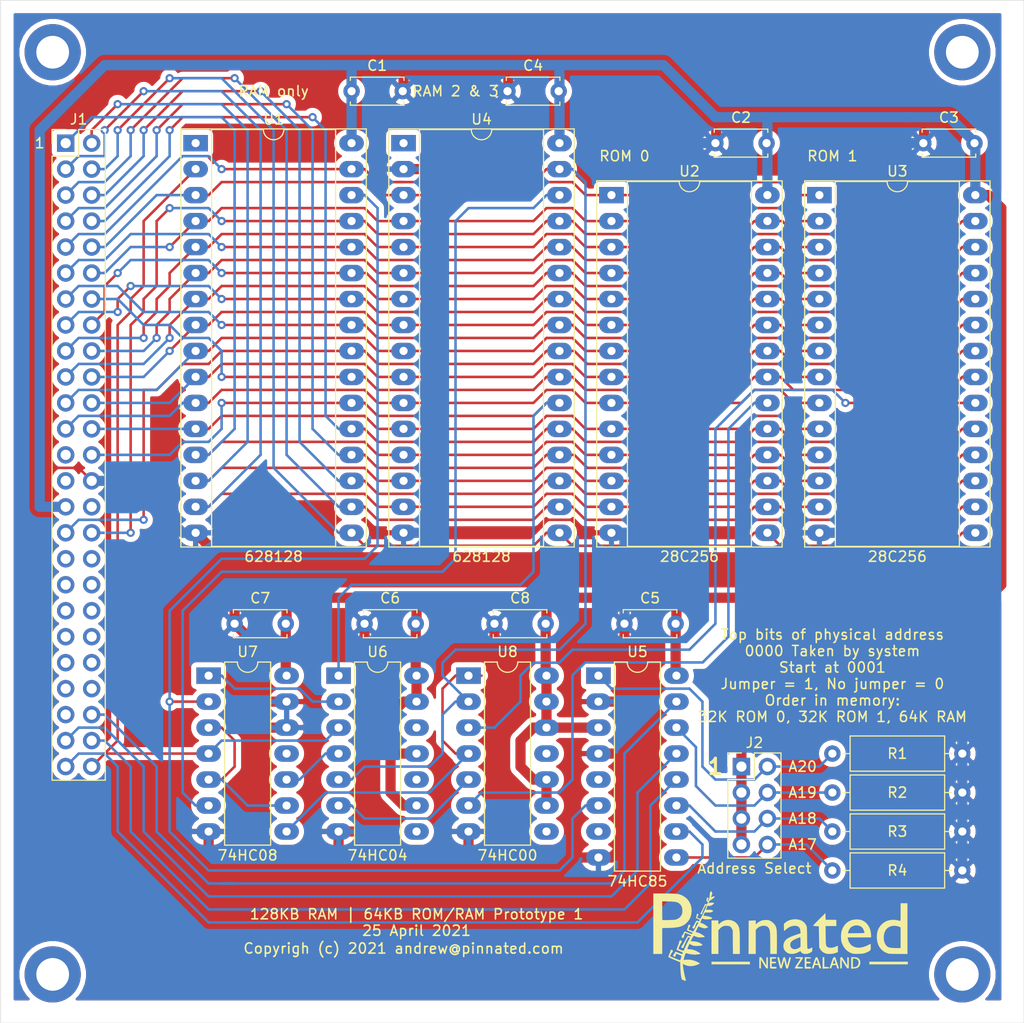
<source format=kicad_pcb>
(kicad_pcb (version 20171130) (host pcbnew "(5.1.6-0-10_14)")
  (layers (0 F.Cu signal) (31 B.Cu signal) (34 B.Paste user) (35 F.Paste user) (36 B.SilkS user) (37 F.SilkS user) (38 B.Mask user) (39 F.Mask user) (44 Edge.Cuts user))
  (net 0 "")
  (net 1 /A16)
  (net 2 /A17)
  (net 3 /A18)
  (net 4 /A19)
  (net 5 /A20)
  (net 6 "Net-(J1-Pad45)")
  (net 7 "Net-(J1-Pad44)")
  (net 8 "Net-(J1-Pad43)")
  (net 9 "Net-(J1-Pad42)")
  (net 10 "Net-(J1-Pad41)")
  (net 11 "Net-(J1-Pad40)")
  (net 12 "Net-(J1-Pad39)")
  (net 13 "Net-(J1-Pad38)")
  (net 14 "Net-(J1-Pad37)")
  (net 15 "Net-(J1-Pad36)")
  (net 16 "Net-(J1-Pad35)")
  (net 17 "Net-(J1-Pad34)")
  (net 18 "Net-(J1-Pad33)")
  (net 19 ~W)
  (net 20 ~R)
  (net 21 "Net-(J1-Pad30)")
  (net 22 +5v)
  (net 23 GND)
  (net 24 "Net-(J1-Pad27)")
  (net 25 ~RAM-SELECT)
  (net 26 "Net-(J1-Pad25)")
  (net 27 /A0)
  (net 28 /A1)
  (net 29 /A2)
  (net 30 /A3)
  (net 31 /A4)
  (net 32 /A5)
  (net 33 /A6)
  (net 34 /A7)
  (net 35 /A8)
  (net 36 /A9)
  (net 37 /A10)
  (net 38 /A11)
  (net 39 /A12)
  (net 40 /A13)
  (net 41 /A14)
  (net 42 /A15)
  (net 43 /D7)
  (net 44 /D6)
  (net 45 /D5)
  (net 46 /D4)
  (net 47 /D3)
  (net 48 /D2)
  (net 49 /D1)
  (net 50 /D0)
  (net 51 "Net-(J2-Pad8)")
  (net 52 "Net-(J2-Pad6)")
  (net 53 "Net-(J2-Pad4)")
  (net 54 "Net-(J2-Pad2)")
  (net 55 BOARD-SELECT)
  (net 56 "Net-(U1-Pad1)")
  (net 57 ~ROM1)
  (net 58 ~ROM2)
  (net 59 RAM)
  (net 60 "Net-(U4-Pad1)")
  (net 61 "Net-(U5-Pad7)")
  (net 62 "Net-(U5-Pad5)")
  (net 63 "Net-(U6-Pad6)")
  (net 64 "Net-(U6-Pad12)")
  (net 65 "Net-(U6-Pad4)")
  (net 66 "Net-(U6-Pad10)")
  (net 67 "Net-(U6-Pad2)")
  (net 68 "Net-(U6-Pad8)")
  (net 69 "Net-(U7-Pad3)")
  (net 70 "Net-(U7-Pad11)")
  (net 71 "Net-(U7-Pad8)")
  (net 72 "Net-(U8-Pad11)")
  (net 73 "Net-(U8-Pad8)")
  (module Package_DIP:DIP-14_W7.62mm_LongPads (layer F.Cu) (at 208.28 120.65)
    (fp_text reference U8 (at 3.81 -2.33) (layer F.SilkS))
    (fp_text value 74HC00 (at 3.81 17.57) (layer F.SilkS))
    (pad 14 thru_hole oval (at 7.62 0) (size 2.4 1.6) (drill 0.8) (layers *.Cu *.Mask) (net 22 +5v))
    (pad 7 thru_hole oval (at 0 15.24) (size 2.4 1.6) (drill 0.8) (layers *.Cu *.Mask) (net 23 GND))
    (pad 13 thru_hole oval (at 7.62 2.54) (size 2.4 1.6) (drill 0.8) (layers *.Cu *.Mask) (net 22 +5v))
    (pad 6 thru_hole oval (at 0 12.7) (size 2.4 1.6) (drill 0.8) (layers *.Cu *.Mask) (net 57 ~ROM1))
    (pad 12 thru_hole oval (at 7.62 5.08) (size 2.4 1.6) (drill 0.8) (layers *.Cu *.Mask) (net 22 +5v))
    (pad 5 thru_hole oval (at 0 10.16) (size 2.4 1.6) (drill 0.8) (layers *.Cu *.Mask) (net 63 "Net-(U6-Pad6)"))
    (pad 11 thru_hole oval (at 7.62 7.62) (size 2.4 1.6) (drill 0.8) (layers *.Cu *.Mask) (net 72 "Net-(U8-Pad11)"))
    (pad 4 thru_hole oval (at 0 7.62) (size 2.4 1.6) (drill 0.8) (layers *.Cu *.Mask) (net 71 "Net-(U7-Pad8)"))
    (pad 10 thru_hole oval (at 7.62 10.16) (size 2.4 1.6) (drill 0.8) (layers *.Cu *.Mask) (net 22 +5v))
    (pad 3 thru_hole oval (at 0 5.08) (size 2.4 1.6) (drill 0.8) (layers *.Cu *.Mask) (net 58 ~ROM2))
    (pad 9 thru_hole oval (at 7.62 12.7) (size 2.4 1.6) (drill 0.8) (layers *.Cu *.Mask) (net 22 +5v))
    (pad 2 thru_hole oval (at 0 2.54) (size 2.4 1.6) (drill 0.8) (layers *.Cu *.Mask) (net 42 /A15))
    (pad 8 thru_hole oval (at 7.62 15.24) (size 2.4 1.6) (drill 0.8) (layers *.Cu *.Mask) (net 73 "Net-(U8-Pad8)"))
    (pad 1 thru_hole rect (at 0 0) (size 2.4 1.6) (drill 0.8) (layers *.Cu *.Mask) (net 71 "Net-(U7-Pad8)"))
  )
  (module Package_DIP:DIP-32_W15.24mm_Socket_LongPads (layer F.Cu) (at 201.93 68.58)
    (fp_text reference U4 (at 7.62 -2.33) (layer F.SilkS))
    (fp_text value 628128 (at 7.62 40.43) (layer F.SilkS))
    (pad 32 thru_hole oval (at 15.24 0) (size 2.4 1.6) (drill 0.8) (layers *.Cu *.Mask) (net 22 +5v))
    (pad 16 thru_hole oval (at 0 38.1) (size 2.4 1.6) (drill 0.8) (layers *.Cu *.Mask) (net 23 GND))
    (pad 31 thru_hole oval (at 15.24 2.54) (size 2.4 1.6) (drill 0.8) (layers *.Cu *.Mask) (net 42 /A15))
    (pad 15 thru_hole oval (at 0 35.56) (size 2.4 1.6) (drill 0.8) (layers *.Cu *.Mask) (net 48 /D2))
    (pad 30 thru_hole oval (at 15.24 5.08) (size 2.4 1.6) (drill 0.8) (layers *.Cu *.Mask) (net 59 RAM))
    (pad 14 thru_hole oval (at 0 33.02) (size 2.4 1.6) (drill 0.8) (layers *.Cu *.Mask) (net 49 /D1))
    (pad 29 thru_hole oval (at 15.24 7.62) (size 2.4 1.6) (drill 0.8) (layers *.Cu *.Mask) (net 19 ~W))
    (pad 13 thru_hole oval (at 0 30.48) (size 2.4 1.6) (drill 0.8) (layers *.Cu *.Mask) (net 50 /D0))
    (pad 28 thru_hole oval (at 15.24 10.16) (size 2.4 1.6) (drill 0.8) (layers *.Cu *.Mask) (net 40 /A13))
    (pad 12 thru_hole oval (at 0 27.94) (size 2.4 1.6) (drill 0.8) (layers *.Cu *.Mask) (net 27 /A0))
    (pad 27 thru_hole oval (at 15.24 12.7) (size 2.4 1.6) (drill 0.8) (layers *.Cu *.Mask) (net 35 /A8))
    (pad 11 thru_hole oval (at 0 25.4) (size 2.4 1.6) (drill 0.8) (layers *.Cu *.Mask) (net 28 /A1))
    (pad 26 thru_hole oval (at 15.24 15.24) (size 2.4 1.6) (drill 0.8) (layers *.Cu *.Mask) (net 36 /A9))
    (pad 10 thru_hole oval (at 0 22.86) (size 2.4 1.6) (drill 0.8) (layers *.Cu *.Mask) (net 29 /A2))
    (pad 25 thru_hole oval (at 15.24 17.78) (size 2.4 1.6) (drill 0.8) (layers *.Cu *.Mask) (net 38 /A11))
    (pad 9 thru_hole oval (at 0 20.32) (size 2.4 1.6) (drill 0.8) (layers *.Cu *.Mask) (net 30 /A3))
    (pad 24 thru_hole oval (at 15.24 20.32) (size 2.4 1.6) (drill 0.8) (layers *.Cu *.Mask) (net 20 ~R))
    (pad 8 thru_hole oval (at 0 17.78) (size 2.4 1.6) (drill 0.8) (layers *.Cu *.Mask) (net 31 /A4))
    (pad 23 thru_hole oval (at 15.24 22.86) (size 2.4 1.6) (drill 0.8) (layers *.Cu *.Mask) (net 37 /A10))
    (pad 7 thru_hole oval (at 0 15.24) (size 2.4 1.6) (drill 0.8) (layers *.Cu *.Mask) (net 32 /A5))
    (pad 22 thru_hole oval (at 15.24 25.4) (size 2.4 1.6) (drill 0.8) (layers *.Cu *.Mask) (net 25 ~RAM-SELECT))
    (pad 6 thru_hole oval (at 0 12.7) (size 2.4 1.6) (drill 0.8) (layers *.Cu *.Mask) (net 33 /A6))
    (pad 21 thru_hole oval (at 15.24 27.94) (size 2.4 1.6) (drill 0.8) (layers *.Cu *.Mask) (net 43 /D7))
    (pad 5 thru_hole oval (at 0 10.16) (size 2.4 1.6) (drill 0.8) (layers *.Cu *.Mask) (net 34 /A7))
    (pad 20 thru_hole oval (at 15.24 30.48) (size 2.4 1.6) (drill 0.8) (layers *.Cu *.Mask) (net 44 /D6))
    (pad 4 thru_hole oval (at 0 7.62) (size 2.4 1.6) (drill 0.8) (layers *.Cu *.Mask) (net 39 /A12))
    (pad 19 thru_hole oval (at 15.24 33.02) (size 2.4 1.6) (drill 0.8) (layers *.Cu *.Mask) (net 45 /D5))
    (pad 3 thru_hole oval (at 0 5.08) (size 2.4 1.6) (drill 0.8) (layers *.Cu *.Mask) (net 41 /A14))
    (pad 18 thru_hole oval (at 15.24 35.56) (size 2.4 1.6) (drill 0.8) (layers *.Cu *.Mask) (net 46 /D4))
    (pad 2 thru_hole oval (at 0 2.54) (size 2.4 1.6) (drill 0.8) (layers *.Cu *.Mask) (net 23 GND))
    (pad 17 thru_hole oval (at 15.24 38.1) (size 2.4 1.6) (drill 0.8) (layers *.Cu *.Mask) (net 47 /D3))
    (pad 1 thru_hole rect (at 0 0) (size 2.4 1.6) (drill 0.8) (layers *.Cu *.Mask) (net 60 "Net-(U4-Pad1)"))
  )
  (module Package_DIP:DIP-32_W15.24mm_Socket_LongPads (layer F.Cu) (at 181.61 68.58)
    (fp_text reference U1 (at 7.62 -2.33) (layer F.SilkS))
    (fp_text value 628128 (at 7.62 40.43) (layer F.SilkS))
    (pad 32 thru_hole oval (at 15.24 0) (size 2.4 1.6) (drill 0.8) (layers *.Cu *.Mask) (net 22 +5v))
    (pad 16 thru_hole oval (at 0 38.1) (size 2.4 1.6) (drill 0.8) (layers *.Cu *.Mask) (net 23 GND))
    (pad 31 thru_hole oval (at 15.24 2.54) (size 2.4 1.6) (drill 0.8) (layers *.Cu *.Mask) (net 42 /A15))
    (pad 15 thru_hole oval (at 0 35.56) (size 2.4 1.6) (drill 0.8) (layers *.Cu *.Mask) (net 48 /D2))
    (pad 30 thru_hole oval (at 15.24 5.08) (size 2.4 1.6) (drill 0.8) (layers *.Cu *.Mask) (net 55 BOARD-SELECT))
    (pad 14 thru_hole oval (at 0 33.02) (size 2.4 1.6) (drill 0.8) (layers *.Cu *.Mask) (net 49 /D1))
    (pad 29 thru_hole oval (at 15.24 7.62) (size 2.4 1.6) (drill 0.8) (layers *.Cu *.Mask) (net 19 ~W))
    (pad 13 thru_hole oval (at 0 30.48) (size 2.4 1.6) (drill 0.8) (layers *.Cu *.Mask) (net 50 /D0))
    (pad 28 thru_hole oval (at 15.24 10.16) (size 2.4 1.6) (drill 0.8) (layers *.Cu *.Mask) (net 40 /A13))
    (pad 12 thru_hole oval (at 0 27.94) (size 2.4 1.6) (drill 0.8) (layers *.Cu *.Mask) (net 27 /A0))
    (pad 27 thru_hole oval (at 15.24 12.7) (size 2.4 1.6) (drill 0.8) (layers *.Cu *.Mask) (net 35 /A8))
    (pad 11 thru_hole oval (at 0 25.4) (size 2.4 1.6) (drill 0.8) (layers *.Cu *.Mask) (net 28 /A1))
    (pad 26 thru_hole oval (at 15.24 15.24) (size 2.4 1.6) (drill 0.8) (layers *.Cu *.Mask) (net 36 /A9))
    (pad 10 thru_hole oval (at 0 22.86) (size 2.4 1.6) (drill 0.8) (layers *.Cu *.Mask) (net 29 /A2))
    (pad 25 thru_hole oval (at 15.24 17.78) (size 2.4 1.6) (drill 0.8) (layers *.Cu *.Mask) (net 38 /A11))
    (pad 9 thru_hole oval (at 0 20.32) (size 2.4 1.6) (drill 0.8) (layers *.Cu *.Mask) (net 30 /A3))
    (pad 24 thru_hole oval (at 15.24 20.32) (size 2.4 1.6) (drill 0.8) (layers *.Cu *.Mask) (net 20 ~R))
    (pad 8 thru_hole oval (at 0 17.78) (size 2.4 1.6) (drill 0.8) (layers *.Cu *.Mask) (net 31 /A4))
    (pad 23 thru_hole oval (at 15.24 22.86) (size 2.4 1.6) (drill 0.8) (layers *.Cu *.Mask) (net 37 /A10))
    (pad 7 thru_hole oval (at 0 15.24) (size 2.4 1.6) (drill 0.8) (layers *.Cu *.Mask) (net 32 /A5))
    (pad 22 thru_hole oval (at 15.24 25.4) (size 2.4 1.6) (drill 0.8) (layers *.Cu *.Mask) (net 25 ~RAM-SELECT))
    (pad 6 thru_hole oval (at 0 12.7) (size 2.4 1.6) (drill 0.8) (layers *.Cu *.Mask) (net 33 /A6))
    (pad 21 thru_hole oval (at 15.24 27.94) (size 2.4 1.6) (drill 0.8) (layers *.Cu *.Mask) (net 43 /D7))
    (pad 5 thru_hole oval (at 0 10.16) (size 2.4 1.6) (drill 0.8) (layers *.Cu *.Mask) (net 34 /A7))
    (pad 20 thru_hole oval (at 15.24 30.48) (size 2.4 1.6) (drill 0.8) (layers *.Cu *.Mask) (net 44 /D6))
    (pad 4 thru_hole oval (at 0 7.62) (size 2.4 1.6) (drill 0.8) (layers *.Cu *.Mask) (net 39 /A12))
    (pad 19 thru_hole oval (at 15.24 33.02) (size 2.4 1.6) (drill 0.8) (layers *.Cu *.Mask) (net 45 /D5))
    (pad 3 thru_hole oval (at 0 5.08) (size 2.4 1.6) (drill 0.8) (layers *.Cu *.Mask) (net 41 /A14))
    (pad 18 thru_hole oval (at 15.24 35.56) (size 2.4 1.6) (drill 0.8) (layers *.Cu *.Mask) (net 46 /D4))
    (pad 2 thru_hole oval (at 0 2.54) (size 2.4 1.6) (drill 0.8) (layers *.Cu *.Mask) (net 1 /A16))
    (pad 17 thru_hole oval (at 15.24 38.1) (size 2.4 1.6) (drill 0.8) (layers *.Cu *.Mask) (net 47 /D3))
    (pad 1 thru_hole rect (at 0 0) (size 2.4 1.6) (drill 0.8) (layers *.Cu *.Mask) (net 56 "Net-(U1-Pad1)"))
  )
  (module Pinnated:Pinnule (layer F.Cu) (at 238.76 146.05)
    (fp_text reference Logo1 hide)
    (fp_text value Pinnated hide)
  )
  (module MountingHole:MountingHole_3.2mm_M3_ISO14580_Pad (layer F.Cu) (at 256.54 149.86)
    (fp_text reference H4)
    (fp_text value MountingHole)
    (pad 1 thru_hole circle (at 0 0) (size 5.5 5.5) (drill 3.2) (layers *.Cu *.Mask))
  )
  (module MountingHole:MountingHole_3.2mm_M3_ISO14580_Pad (layer F.Cu) (at 167.64 149.86)
    (fp_text reference H3)
    (fp_text value MountingHole)
    (pad 1 thru_hole circle (at 0 0) (size 5.5 5.5) (drill 3.2) (layers *.Cu *.Mask))
  )
  (module MountingHole:MountingHole_3.2mm_M3_ISO14580_Pad (layer F.Cu) (at 256.54 59.69)
    (fp_text reference H2)
    (fp_text value MountingHole)
    (pad 1 thru_hole circle (at 0 0) (size 5.5 5.5) (drill 3.2) (layers *.Cu *.Mask))
  )
  (module MountingHole:MountingHole_3.2mm_M3_ISO14580_Pad (layer F.Cu) (at 167.64 59.69)
    (fp_text reference H1)
    (fp_text value MountingHole)
    (pad 1 thru_hole circle (at 0 0) (size 5.5 5.5) (drill 3.2) (layers *.Cu *.Mask))
  )
  (module Capacitor_THT:C_Disc_D5.0mm_W2.5mm_P5.00mm (layer F.Cu) (at 210.82 115.57)
    (fp_text reference C8 (at 2.5 -2.5) (layer F.SilkS))
    (fp_text value 0.1uF)
    (pad 2 thru_hole circle (at 5 0) (size 1.6 1.6) (drill 0.8) (layers *.Cu *.Mask) (net 22 +5v))
    (pad 1 thru_hole circle (at 0 0) (size 1.6 1.6) (drill 0.8) (layers *.Cu *.Mask) (net 23 GND))
  )
  (module Capacitor_THT:C_Disc_D5.0mm_W2.5mm_P5.00mm (layer F.Cu) (at 185.42 115.57)
    (fp_text reference C7 (at 2.5 -2.5) (layer F.SilkS))
    (fp_text value 0.1uF)
    (pad 2 thru_hole circle (at 5 0) (size 1.6 1.6) (drill 0.8) (layers *.Cu *.Mask) (net 22 +5v))
    (pad 1 thru_hole circle (at 0 0) (size 1.6 1.6) (drill 0.8) (layers *.Cu *.Mask) (net 23 GND))
  )
  (module Capacitor_THT:C_Disc_D5.0mm_W2.5mm_P5.00mm (layer F.Cu) (at 198.12 115.57)
    (fp_text reference C6 (at 2.5 -2.5) (layer F.SilkS))
    (fp_text value 0.1uF)
    (pad 2 thru_hole circle (at 5 0) (size 1.6 1.6) (drill 0.8) (layers *.Cu *.Mask) (net 22 +5v))
    (pad 1 thru_hole circle (at 0 0) (size 1.6 1.6) (drill 0.8) (layers *.Cu *.Mask) (net 23 GND))
  )
  (module Capacitor_THT:C_Disc_D5.0mm_W2.5mm_P5.00mm (layer F.Cu) (at 223.52 115.57)
    (fp_text reference C5 (at 2.5 -2.5) (layer F.SilkS))
    (fp_text value 0.1uF)
    (pad 2 thru_hole circle (at 5 0) (size 1.6 1.6) (drill 0.8) (layers *.Cu *.Mask) (net 22 +5v))
    (pad 1 thru_hole circle (at 0 0) (size 1.6 1.6) (drill 0.8) (layers *.Cu *.Mask) (net 23 GND))
  )
  (module Capacitor_THT:C_Disc_D5.0mm_W2.5mm_P5.00mm (layer F.Cu) (at 212.09 63.5)
    (fp_text reference C4 (at 2.5 -2.5) (layer F.SilkS))
    (fp_text value 0.1uF)
    (pad 2 thru_hole circle (at 5 0) (size 1.6 1.6) (drill 0.8) (layers *.Cu *.Mask) (net 22 +5v))
    (pad 1 thru_hole circle (at 0 0) (size 1.6 1.6) (drill 0.8) (layers *.Cu *.Mask) (net 23 GND))
  )
  (module Capacitor_THT:C_Disc_D5.0mm_W2.5mm_P5.00mm (layer F.Cu) (at 252.73 68.58)
    (fp_text reference C3 (at 2.5 -2.5) (layer F.SilkS))
    (fp_text value 0.1uF)
    (pad 2 thru_hole circle (at 5 0) (size 1.6 1.6) (drill 0.8) (layers *.Cu *.Mask) (net 22 +5v))
    (pad 1 thru_hole circle (at 0 0) (size 1.6 1.6) (drill 0.8) (layers *.Cu *.Mask) (net 23 GND))
  )
  (module Capacitor_THT:C_Disc_D5.0mm_W2.5mm_P5.00mm (layer F.Cu) (at 232.41 68.58)
    (fp_text reference C2 (at 2.5 -2.5) (layer F.SilkS))
    (fp_text value 0.1uF)
    (pad 2 thru_hole circle (at 5 0) (size 1.6 1.6) (drill 0.8) (layers *.Cu *.Mask) (net 22 +5v))
    (pad 1 thru_hole circle (at 0 0) (size 1.6 1.6) (drill 0.8) (layers *.Cu *.Mask) (net 23 GND))
  )
  (module Capacitor_THT:C_Disc_D5.0mm_W2.5mm_P5.00mm (layer F.Cu) (at 196.85 63.5)
    (fp_text reference C1 (at 2.5 -2.5) (layer F.SilkS))
    (fp_text value 0.1uF)
    (pad 2 thru_hole circle (at 5 0) (size 1.6 1.6) (drill 0.8) (layers *.Cu *.Mask) (net 23 GND))
    (pad 1 thru_hole circle (at 0 0) (size 1.6 1.6) (drill 0.8) (layers *.Cu *.Mask) (net 22 +5v))
  )
  (module Package_DIP:DIP-14_W7.62mm_LongPads (layer F.Cu) (at 182.88 120.65)
    (fp_text reference U7 (at 3.81 -2.33) (layer F.SilkS))
    (fp_text value 74HC08 (at 3.81 17.57) (layer F.SilkS))
    (pad 14 thru_hole oval (at 7.62 0) (size 2.4 1.6) (drill 0.8) (layers *.Cu *.Mask) (net 22 +5v))
    (pad 7 thru_hole oval (at 0 15.24) (size 2.4 1.6) (drill 0.8) (layers *.Cu *.Mask) (net 23 GND))
    (pad 13 thru_hole oval (at 7.62 2.54) (size 2.4 1.6) (drill 0.8) (layers *.Cu *.Mask) (net 23 GND))
    (pad 6 thru_hole oval (at 0 12.7) (size 2.4 1.6) (drill 0.8) (layers *.Cu *.Mask) (net 59 RAM))
    (pad 12 thru_hole oval (at 7.62 5.08) (size 2.4 1.6) (drill 0.8) (layers *.Cu *.Mask) (net 23 GND))
    (pad 5 thru_hole oval (at 0 10.16) (size 2.4 1.6) (drill 0.8) (layers *.Cu *.Mask) (net 69 "Net-(U7-Pad3)"))
    (pad 11 thru_hole oval (at 7.62 7.62) (size 2.4 1.6) (drill 0.8) (layers *.Cu *.Mask) (net 70 "Net-(U7-Pad11)"))
    (pad 4 thru_hole oval (at 0 7.62) (size 2.4 1.6) (drill 0.8) (layers *.Cu *.Mask) (net 1 /A16))
    (pad 10 thru_hole oval (at 7.62 10.16) (size 2.4 1.6) (drill 0.8) (layers *.Cu *.Mask) (net 65 "Net-(U6-Pad4)"))
    (pad 3 thru_hole oval (at 0 5.08) (size 2.4 1.6) (drill 0.8) (layers *.Cu *.Mask) (net 69 "Net-(U7-Pad3)"))
    (pad 9 thru_hole oval (at 7.62 12.7) (size 2.4 1.6) (drill 0.8) (layers *.Cu *.Mask) (net 69 "Net-(U7-Pad3)"))
    (pad 2 thru_hole oval (at 0 2.54) (size 2.4 1.6) (drill 0.8) (layers *.Cu *.Mask) (net 55 BOARD-SELECT))
    (pad 8 thru_hole oval (at 7.62 15.24) (size 2.4 1.6) (drill 0.8) (layers *.Cu *.Mask) (net 71 "Net-(U7-Pad8)"))
    (pad 1 thru_hole rect (at 0 0) (size 2.4 1.6) (drill 0.8) (layers *.Cu *.Mask) (net 67 "Net-(U6-Pad2)"))
  )
  (module Package_DIP:DIP-14_W7.62mm_LongPads (layer F.Cu) (at 195.58 120.65)
    (fp_text reference U6 (at 3.81 -2.33) (layer F.SilkS))
    (fp_text value 74HC04 (at 3.81 17.57) (layer F.SilkS))
    (pad 14 thru_hole oval (at 7.62 0) (size 2.4 1.6) (drill 0.8) (layers *.Cu *.Mask) (net 22 +5v))
    (pad 7 thru_hole oval (at 0 15.24) (size 2.4 1.6) (drill 0.8) (layers *.Cu *.Mask) (net 23 GND))
    (pad 13 thru_hole oval (at 7.62 2.54) (size 2.4 1.6) (drill 0.8) (layers *.Cu *.Mask) (net 22 +5v))
    (pad 6 thru_hole oval (at 0 12.7) (size 2.4 1.6) (drill 0.8) (layers *.Cu *.Mask) (net 63 "Net-(U6-Pad6)"))
    (pad 12 thru_hole oval (at 7.62 5.08) (size 2.4 1.6) (drill 0.8) (layers *.Cu *.Mask) (net 64 "Net-(U6-Pad12)"))
    (pad 5 thru_hole oval (at 0 10.16) (size 2.4 1.6) (drill 0.8) (layers *.Cu *.Mask) (net 42 /A15))
    (pad 11 thru_hole oval (at 7.62 7.62) (size 2.4 1.6) (drill 0.8) (layers *.Cu *.Mask) (net 22 +5v))
    (pad 4 thru_hole oval (at 0 7.62) (size 2.4 1.6) (drill 0.8) (layers *.Cu *.Mask) (net 65 "Net-(U6-Pad4)"))
    (pad 10 thru_hole oval (at 7.62 10.16) (size 2.4 1.6) (drill 0.8) (layers *.Cu *.Mask) (net 66 "Net-(U6-Pad10)"))
    (pad 3 thru_hole oval (at 0 5.08) (size 2.4 1.6) (drill 0.8) (layers *.Cu *.Mask) (net 1 /A16))
    (pad 9 thru_hole oval (at 7.62 12.7) (size 2.4 1.6) (drill 0.8) (layers *.Cu *.Mask) (net 22 +5v))
    (pad 2 thru_hole oval (at 0 2.54) (size 2.4 1.6) (drill 0.8) (layers *.Cu *.Mask) (net 67 "Net-(U6-Pad2)"))
    (pad 8 thru_hole oval (at 7.62 15.24) (size 2.4 1.6) (drill 0.8) (layers *.Cu *.Mask) (net 68 "Net-(U6-Pad8)"))
    (pad 1 thru_hole rect (at 0 0) (size 2.4 1.6) (drill 0.8) (layers *.Cu *.Mask) (net 25 ~RAM-SELECT))
  )
  (module Package_DIP:DIP-16_W7.62mm_LongPads (layer F.Cu) (at 220.98 120.65)
    (fp_text reference U5 (at 3.81 -2.33) (layer F.SilkS))
    (fp_text value 74HC85 (at 3.81 20.11) (layer F.SilkS))
    (pad 16 thru_hole oval (at 7.62 0) (size 2.4 1.6) (drill 0.8) (layers *.Cu *.Mask) (net 22 +5v))
    (pad 8 thru_hole oval (at 0 17.78) (size 2.4 1.6) (drill 0.8) (layers *.Cu *.Mask) (net 23 GND))
    (pad 15 thru_hole oval (at 7.62 2.54) (size 2.4 1.6) (drill 0.8) (layers *.Cu *.Mask) (net 5 /A20))
    (pad 7 thru_hole oval (at 0 15.24) (size 2.4 1.6) (drill 0.8) (layers *.Cu *.Mask) (net 61 "Net-(U5-Pad7)"))
    (pad 14 thru_hole oval (at 7.62 5.08) (size 2.4 1.6) (drill 0.8) (layers *.Cu *.Mask) (net 53 "Net-(J2-Pad4)"))
    (pad 6 thru_hole oval (at 0 12.7) (size 2.4 1.6) (drill 0.8) (layers *.Cu *.Mask) (net 55 BOARD-SELECT))
    (pad 13 thru_hole oval (at 7.62 7.62) (size 2.4 1.6) (drill 0.8) (layers *.Cu *.Mask) (net 4 /A19))
    (pad 5 thru_hole oval (at 0 10.16) (size 2.4 1.6) (drill 0.8) (layers *.Cu *.Mask) (net 62 "Net-(U5-Pad5)"))
    (pad 12 thru_hole oval (at 7.62 10.16) (size 2.4 1.6) (drill 0.8) (layers *.Cu *.Mask) (net 3 /A18))
    (pad 4 thru_hole oval (at 0 7.62) (size 2.4 1.6) (drill 0.8) (layers *.Cu *.Mask) (net 23 GND))
    (pad 11 thru_hole oval (at 7.62 12.7) (size 2.4 1.6) (drill 0.8) (layers *.Cu *.Mask) (net 52 "Net-(J2-Pad6)"))
    (pad 3 thru_hole oval (at 0 5.08) (size 2.4 1.6) (drill 0.8) (layers *.Cu *.Mask) (net 22 +5v))
    (pad 10 thru_hole oval (at 7.62 15.24) (size 2.4 1.6) (drill 0.8) (layers *.Cu *.Mask) (net 2 /A17))
    (pad 2 thru_hole oval (at 0 2.54) (size 2.4 1.6) (drill 0.8) (layers *.Cu *.Mask) (net 23 GND))
    (pad 9 thru_hole oval (at 7.62 17.78) (size 2.4 1.6) (drill 0.8) (layers *.Cu *.Mask) (net 51 "Net-(J2-Pad8)"))
    (pad 1 thru_hole rect (at 0 0) (size 2.4 1.6) (drill 0.8) (layers *.Cu *.Mask) (net 54 "Net-(J2-Pad2)"))
  )
  (module Package_DIP:DIP-28_W15.24mm_Socket_LongPads (layer F.Cu) (at 242.57 73.66)
    (fp_text reference U3 (at 7.62 -2.33) (layer F.SilkS))
    (fp_text value 28C256 (at 7.62 35.35) (layer F.SilkS))
    (pad 28 thru_hole oval (at 15.24 0) (size 2.4 1.6) (drill 0.8) (layers *.Cu *.Mask) (net 22 +5v))
    (pad 14 thru_hole oval (at 0 33.02) (size 2.4 1.6) (drill 0.8) (layers *.Cu *.Mask) (net 23 GND))
    (pad 27 thru_hole oval (at 15.24 2.54) (size 2.4 1.6) (drill 0.8) (layers *.Cu *.Mask) (net 19 ~W))
    (pad 13 thru_hole oval (at 0 30.48) (size 2.4 1.6) (drill 0.8) (layers *.Cu *.Mask) (net 48 /D2))
    (pad 26 thru_hole oval (at 15.24 5.08) (size 2.4 1.6) (drill 0.8) (layers *.Cu *.Mask) (net 40 /A13))
    (pad 12 thru_hole oval (at 0 27.94) (size 2.4 1.6) (drill 0.8) (layers *.Cu *.Mask) (net 49 /D1))
    (pad 25 thru_hole oval (at 15.24 7.62) (size 2.4 1.6) (drill 0.8) (layers *.Cu *.Mask) (net 35 /A8))
    (pad 11 thru_hole oval (at 0 25.4) (size 2.4 1.6) (drill 0.8) (layers *.Cu *.Mask) (net 50 /D0))
    (pad 24 thru_hole oval (at 15.24 10.16) (size 2.4 1.6) (drill 0.8) (layers *.Cu *.Mask) (net 36 /A9))
    (pad 10 thru_hole oval (at 0 22.86) (size 2.4 1.6) (drill 0.8) (layers *.Cu *.Mask) (net 27 /A0))
    (pad 23 thru_hole oval (at 15.24 12.7) (size 2.4 1.6) (drill 0.8) (layers *.Cu *.Mask) (net 38 /A11))
    (pad 9 thru_hole oval (at 0 20.32) (size 2.4 1.6) (drill 0.8) (layers *.Cu *.Mask) (net 28 /A1))
    (pad 22 thru_hole oval (at 15.24 15.24) (size 2.4 1.6) (drill 0.8) (layers *.Cu *.Mask) (net 20 ~R))
    (pad 8 thru_hole oval (at 0 17.78) (size 2.4 1.6) (drill 0.8) (layers *.Cu *.Mask) (net 29 /A2))
    (pad 21 thru_hole oval (at 15.24 17.78) (size 2.4 1.6) (drill 0.8) (layers *.Cu *.Mask) (net 37 /A10))
    (pad 7 thru_hole oval (at 0 15.24) (size 2.4 1.6) (drill 0.8) (layers *.Cu *.Mask) (net 30 /A3))
    (pad 20 thru_hole oval (at 15.24 20.32) (size 2.4 1.6) (drill 0.8) (layers *.Cu *.Mask) (net 58 ~ROM2))
    (pad 6 thru_hole oval (at 0 12.7) (size 2.4 1.6) (drill 0.8) (layers *.Cu *.Mask) (net 31 /A4))
    (pad 19 thru_hole oval (at 15.24 22.86) (size 2.4 1.6) (drill 0.8) (layers *.Cu *.Mask) (net 43 /D7))
    (pad 5 thru_hole oval (at 0 10.16) (size 2.4 1.6) (drill 0.8) (layers *.Cu *.Mask) (net 32 /A5))
    (pad 18 thru_hole oval (at 15.24 25.4) (size 2.4 1.6) (drill 0.8) (layers *.Cu *.Mask) (net 44 /D6))
    (pad 4 thru_hole oval (at 0 7.62) (size 2.4 1.6) (drill 0.8) (layers *.Cu *.Mask) (net 33 /A6))
    (pad 17 thru_hole oval (at 15.24 27.94) (size 2.4 1.6) (drill 0.8) (layers *.Cu *.Mask) (net 45 /D5))
    (pad 3 thru_hole oval (at 0 5.08) (size 2.4 1.6) (drill 0.8) (layers *.Cu *.Mask) (net 34 /A7))
    (pad 16 thru_hole oval (at 15.24 30.48) (size 2.4 1.6) (drill 0.8) (layers *.Cu *.Mask) (net 46 /D4))
    (pad 2 thru_hole oval (at 0 2.54) (size 2.4 1.6) (drill 0.8) (layers *.Cu *.Mask) (net 39 /A12))
    (pad 15 thru_hole oval (at 15.24 33.02) (size 2.4 1.6) (drill 0.8) (layers *.Cu *.Mask) (net 47 /D3))
    (pad 1 thru_hole rect (at 0 0) (size 2.4 1.6) (drill 0.8) (layers *.Cu *.Mask) (net 41 /A14))
  )
  (module Package_DIP:DIP-28_W15.24mm_Socket_LongPads (layer F.Cu) (at 222.25 73.66)
    (fp_text reference U2 (at 7.62 -2.33) (layer F.SilkS))
    (fp_text value 28C256 (at 7.62 35.35) (layer F.SilkS))
    (pad 28 thru_hole oval (at 15.24 0) (size 2.4 1.6) (drill 0.8) (layers *.Cu *.Mask) (net 22 +5v))
    (pad 14 thru_hole oval (at 0 33.02) (size 2.4 1.6) (drill 0.8) (layers *.Cu *.Mask) (net 23 GND))
    (pad 27 thru_hole oval (at 15.24 2.54) (size 2.4 1.6) (drill 0.8) (layers *.Cu *.Mask) (net 19 ~W))
    (pad 13 thru_hole oval (at 0 30.48) (size 2.4 1.6) (drill 0.8) (layers *.Cu *.Mask) (net 48 /D2))
    (pad 26 thru_hole oval (at 15.24 5.08) (size 2.4 1.6) (drill 0.8) (layers *.Cu *.Mask) (net 40 /A13))
    (pad 12 thru_hole oval (at 0 27.94) (size 2.4 1.6) (drill 0.8) (layers *.Cu *.Mask) (net 49 /D1))
    (pad 25 thru_hole oval (at 15.24 7.62) (size 2.4 1.6) (drill 0.8) (layers *.Cu *.Mask) (net 35 /A8))
    (pad 11 thru_hole oval (at 0 25.4) (size 2.4 1.6) (drill 0.8) (layers *.Cu *.Mask) (net 50 /D0))
    (pad 24 thru_hole oval (at 15.24 10.16) (size 2.4 1.6) (drill 0.8) (layers *.Cu *.Mask) (net 36 /A9))
    (pad 10 thru_hole oval (at 0 22.86) (size 2.4 1.6) (drill 0.8) (layers *.Cu *.Mask) (net 27 /A0))
    (pad 23 thru_hole oval (at 15.24 12.7) (size 2.4 1.6) (drill 0.8) (layers *.Cu *.Mask) (net 38 /A11))
    (pad 9 thru_hole oval (at 0 20.32) (size 2.4 1.6) (drill 0.8) (layers *.Cu *.Mask) (net 28 /A1))
    (pad 22 thru_hole oval (at 15.24 15.24) (size 2.4 1.6) (drill 0.8) (layers *.Cu *.Mask) (net 20 ~R))
    (pad 8 thru_hole oval (at 0 17.78) (size 2.4 1.6) (drill 0.8) (layers *.Cu *.Mask) (net 29 /A2))
    (pad 21 thru_hole oval (at 15.24 17.78) (size 2.4 1.6) (drill 0.8) (layers *.Cu *.Mask) (net 37 /A10))
    (pad 7 thru_hole oval (at 0 15.24) (size 2.4 1.6) (drill 0.8) (layers *.Cu *.Mask) (net 30 /A3))
    (pad 20 thru_hole oval (at 15.24 20.32) (size 2.4 1.6) (drill 0.8) (layers *.Cu *.Mask) (net 57 ~ROM1))
    (pad 6 thru_hole oval (at 0 12.7) (size 2.4 1.6) (drill 0.8) (layers *.Cu *.Mask) (net 31 /A4))
    (pad 19 thru_hole oval (at 15.24 22.86) (size 2.4 1.6) (drill 0.8) (layers *.Cu *.Mask) (net 43 /D7))
    (pad 5 thru_hole oval (at 0 10.16) (size 2.4 1.6) (drill 0.8) (layers *.Cu *.Mask) (net 32 /A5))
    (pad 18 thru_hole oval (at 15.24 25.4) (size 2.4 1.6) (drill 0.8) (layers *.Cu *.Mask) (net 44 /D6))
    (pad 4 thru_hole oval (at 0 7.62) (size 2.4 1.6) (drill 0.8) (layers *.Cu *.Mask) (net 33 /A6))
    (pad 17 thru_hole oval (at 15.24 27.94) (size 2.4 1.6) (drill 0.8) (layers *.Cu *.Mask) (net 45 /D5))
    (pad 3 thru_hole oval (at 0 5.08) (size 2.4 1.6) (drill 0.8) (layers *.Cu *.Mask) (net 34 /A7))
    (pad 16 thru_hole oval (at 15.24 30.48) (size 2.4 1.6) (drill 0.8) (layers *.Cu *.Mask) (net 46 /D4))
    (pad 2 thru_hole oval (at 0 2.54) (size 2.4 1.6) (drill 0.8) (layers *.Cu *.Mask) (net 39 /A12))
    (pad 15 thru_hole oval (at 15.24 33.02) (size 2.4 1.6) (drill 0.8) (layers *.Cu *.Mask) (net 47 /D3))
    (pad 1 thru_hole rect (at 0 0) (size 2.4 1.6) (drill 0.8) (layers *.Cu *.Mask) (net 41 /A14))
  )
  (module Resistor_THT:R_Axial_DIN0309_L9.0mm_D3.2mm_P12.70mm_Horizontal (layer F.Cu) (at 256.54 139.7 180)
    (fp_text reference R4 (at 6.35 0) (layer F.SilkS))
    (fp_text value 10K)
    (pad 2 thru_hole oval (at 12.7 0 180) (size 1.6 1.6) (drill 0.8) (layers *.Cu *.Mask) (net 51 "Net-(J2-Pad8)"))
    (pad 1 thru_hole circle (at 0 0 180) (size 1.6 1.6) (drill 0.8) (layers *.Cu *.Mask) (net 23 GND))
  )
  (module Resistor_THT:R_Axial_DIN0309_L9.0mm_D3.2mm_P12.70mm_Horizontal (layer F.Cu) (at 256.54 135.89 180)
    (fp_text reference R3 (at 6.35 0) (layer F.SilkS))
    (fp_text value 10K)
    (pad 2 thru_hole oval (at 12.7 0 180) (size 1.6 1.6) (drill 0.8) (layers *.Cu *.Mask) (net 52 "Net-(J2-Pad6)"))
    (pad 1 thru_hole circle (at 0 0 180) (size 1.6 1.6) (drill 0.8) (layers *.Cu *.Mask) (net 23 GND))
  )
  (module Resistor_THT:R_Axial_DIN0309_L9.0mm_D3.2mm_P12.70mm_Horizontal (layer F.Cu) (at 256.54 132.08 180)
    (fp_text reference R2 (at 6.35 0) (layer F.SilkS))
    (fp_text value 10K)
    (pad 2 thru_hole oval (at 12.7 0 180) (size 1.6 1.6) (drill 0.8) (layers *.Cu *.Mask) (net 53 "Net-(J2-Pad4)"))
    (pad 1 thru_hole circle (at 0 0 180) (size 1.6 1.6) (drill 0.8) (layers *.Cu *.Mask) (net 23 GND))
  )
  (module Resistor_THT:R_Axial_DIN0309_L9.0mm_D3.2mm_P12.70mm_Horizontal (layer F.Cu) (at 256.54 128.27 180)
    (fp_text reference R1 (at 6.35 0) (layer F.SilkS))
    (fp_text value 10K)
    (pad 2 thru_hole oval (at 12.7 0 180) (size 1.6 1.6) (drill 0.8) (layers *.Cu *.Mask) (net 54 "Net-(J2-Pad2)"))
    (pad 1 thru_hole circle (at 0 0 180) (size 1.6 1.6) (drill 0.8) (layers *.Cu *.Mask) (net 23 GND))
  )
  (module Connector_PinHeader_2.54mm:PinHeader_2x04_P2.54mm_Vertical (layer F.Cu) (at 234.95 129.54)
    (fp_text reference J2 (at 1.27 -2.33) (layer F.SilkS))
    (fp_text value "Address Select" (at 1.27 9.95) (layer F.SilkS))
    (pad 8 thru_hole oval (at 2.54 7.62) (size 1.7 1.7) (drill 1) (layers *.Cu *.Mask) (net 51 "Net-(J2-Pad8)"))
    (pad 7 thru_hole oval (at 0 7.62) (size 1.7 1.7) (drill 1) (layers *.Cu *.Mask) (net 22 +5v))
    (pad 6 thru_hole oval (at 2.54 5.08) (size 1.7 1.7) (drill 1) (layers *.Cu *.Mask) (net 52 "Net-(J2-Pad6)"))
    (pad 5 thru_hole oval (at 0 5.08) (size 1.7 1.7) (drill 1) (layers *.Cu *.Mask) (net 22 +5v))
    (pad 4 thru_hole oval (at 2.54 2.54) (size 1.7 1.7) (drill 1) (layers *.Cu *.Mask) (net 53 "Net-(J2-Pad4)"))
    (pad 3 thru_hole oval (at 0 2.54) (size 1.7 1.7) (drill 1) (layers *.Cu *.Mask) (net 22 +5v))
    (pad 2 thru_hole oval (at 2.54 0) (size 1.7 1.7) (drill 1) (layers *.Cu *.Mask) (net 54 "Net-(J2-Pad2)"))
    (pad 1 thru_hole rect (at 0 0) (size 1.7 1.7) (drill 1) (layers *.Cu *.Mask) (net 22 +5v))
  )
  (module Connector_PinHeader_2.54mm:PinHeader_2x25_P2.54mm_Vertical (layer F.Cu) (at 168.91 68.58)
    (fp_text reference J1 (at 1.27 -2.33) (layer F.SilkS))
    (fp_text value SS50-LIKE)
    (pad 50 thru_hole oval (at 2.54 60.96) (size 1.7 1.7) (drill 1) (layers *.Cu *.Mask) (net 1 /A16))
    (pad 49 thru_hole oval (at 0 60.96) (size 1.7 1.7) (drill 1) (layers *.Cu *.Mask) (net 2 /A17))
    (pad 48 thru_hole oval (at 2.54 58.42) (size 1.7 1.7) (drill 1) (layers *.Cu *.Mask) (net 3 /A18))
    (pad 47 thru_hole oval (at 0 58.42) (size 1.7 1.7) (drill 1) (layers *.Cu *.Mask) (net 4 /A19))
    (pad 46 thru_hole oval (at 2.54 55.88) (size 1.7 1.7) (drill 1) (layers *.Cu *.Mask) (net 5 /A20))
    (pad 45 thru_hole oval (at 0 55.88) (size 1.7 1.7) (drill 1) (layers *.Cu *.Mask) (net 6 "Net-(J1-Pad45)"))
    (pad 44 thru_hole oval (at 2.54 53.34) (size 1.7 1.7) (drill 1) (layers *.Cu *.Mask) (net 7 "Net-(J1-Pad44)"))
    (pad 43 thru_hole oval (at 0 53.34) (size 1.7 1.7) (drill 1) (layers *.Cu *.Mask) (net 8 "Net-(J1-Pad43)"))
    (pad 42 thru_hole oval (at 2.54 50.8) (size 1.7 1.7) (drill 1) (layers *.Cu *.Mask) (net 9 "Net-(J1-Pad42)"))
    (pad 41 thru_hole oval (at 0 50.8) (size 1.7 1.7) (drill 1) (layers *.Cu *.Mask) (net 10 "Net-(J1-Pad41)"))
    (pad 40 thru_hole oval (at 2.54 48.26) (size 1.7 1.7) (drill 1) (layers *.Cu *.Mask) (net 11 "Net-(J1-Pad40)"))
    (pad 39 thru_hole oval (at 0 48.26) (size 1.7 1.7) (drill 1) (layers *.Cu *.Mask) (net 12 "Net-(J1-Pad39)"))
    (pad 38 thru_hole oval (at 2.54 45.72) (size 1.7 1.7) (drill 1) (layers *.Cu *.Mask) (net 13 "Net-(J1-Pad38)"))
    (pad 37 thru_hole oval (at 0 45.72) (size 1.7 1.7) (drill 1) (layers *.Cu *.Mask) (net 14 "Net-(J1-Pad37)"))
    (pad 36 thru_hole oval (at 2.54 43.18) (size 1.7 1.7) (drill 1) (layers *.Cu *.Mask) (net 15 "Net-(J1-Pad36)"))
    (pad 35 thru_hole oval (at 0 43.18) (size 1.7 1.7) (drill 1) (layers *.Cu *.Mask) (net 16 "Net-(J1-Pad35)"))
    (pad 34 thru_hole oval (at 2.54 40.64) (size 1.7 1.7) (drill 1) (layers *.Cu *.Mask) (net 17 "Net-(J1-Pad34)"))
    (pad 33 thru_hole oval (at 0 40.64) (size 1.7 1.7) (drill 1) (layers *.Cu *.Mask) (net 18 "Net-(J1-Pad33)"))
    (pad 32 thru_hole oval (at 2.54 38.1) (size 1.7 1.7) (drill 1) (layers *.Cu *.Mask) (net 19 ~W))
    (pad 31 thru_hole oval (at 0 38.1) (size 1.7 1.7) (drill 1) (layers *.Cu *.Mask) (net 20 ~R))
    (pad 30 thru_hole oval (at 2.54 35.56) (size 1.7 1.7) (drill 1) (layers *.Cu *.Mask) (net 21 "Net-(J1-Pad30)"))
    (pad 29 thru_hole oval (at 0 35.56) (size 1.7 1.7) (drill 1) (layers *.Cu *.Mask) (net 22 +5v))
    (pad 28 thru_hole oval (at 2.54 33.02) (size 1.7 1.7) (drill 1) (layers *.Cu *.Mask) (net 23 GND))
    (pad 27 thru_hole oval (at 0 33.02) (size 1.7 1.7) (drill 1) (layers *.Cu *.Mask) (net 24 "Net-(J1-Pad27)"))
    (pad 26 thru_hole oval (at 2.54 30.48) (size 1.7 1.7) (drill 1) (layers *.Cu *.Mask) (net 25 ~RAM-SELECT))
    (pad 25 thru_hole oval (at 0 30.48) (size 1.7 1.7) (drill 1) (layers *.Cu *.Mask) (net 26 "Net-(J1-Pad25)"))
    (pad 24 thru_hole oval (at 2.54 27.94) (size 1.7 1.7) (drill 1) (layers *.Cu *.Mask) (net 27 /A0))
    (pad 23 thru_hole oval (at 0 27.94) (size 1.7 1.7) (drill 1) (layers *.Cu *.Mask) (net 28 /A1))
    (pad 22 thru_hole oval (at 2.54 25.4) (size 1.7 1.7) (drill 1) (layers *.Cu *.Mask) (net 29 /A2))
    (pad 21 thru_hole oval (at 0 25.4) (size 1.7 1.7) (drill 1) (layers *.Cu *.Mask) (net 30 /A3))
    (pad 20 thru_hole oval (at 2.54 22.86) (size 1.7 1.7) (drill 1) (layers *.Cu *.Mask) (net 31 /A4))
    (pad 19 thru_hole oval (at 0 22.86) (size 1.7 1.7) (drill 1) (layers *.Cu *.Mask) (net 32 /A5))
    (pad 18 thru_hole oval (at 2.54 20.32) (size 1.7 1.7) (drill 1) (layers *.Cu *.Mask) (net 33 /A6))
    (pad 17 thru_hole oval (at 0 20.32) (size 1.7 1.7) (drill 1) (layers *.Cu *.Mask) (net 34 /A7))
    (pad 16 thru_hole oval (at 2.54 17.78) (size 1.7 1.7) (drill 1) (layers *.Cu *.Mask) (net 35 /A8))
    (pad 15 thru_hole oval (at 0 17.78) (size 1.7 1.7) (drill 1) (layers *.Cu *.Mask) (net 36 /A9))
    (pad 14 thru_hole oval (at 2.54 15.24) (size 1.7 1.7) (drill 1) (layers *.Cu *.Mask) (net 37 /A10))
    (pad 13 thru_hole oval (at 0 15.24) (size 1.7 1.7) (drill 1) (layers *.Cu *.Mask) (net 38 /A11))
    (pad 12 thru_hole oval (at 2.54 12.7) (size 1.7 1.7) (drill 1) (layers *.Cu *.Mask) (net 39 /A12))
    (pad 11 thru_hole oval (at 0 12.7) (size 1.7 1.7) (drill 1) (layers *.Cu *.Mask) (net 40 /A13))
    (pad 10 thru_hole oval (at 2.54 10.16) (size 1.7 1.7) (drill 1) (layers *.Cu *.Mask) (net 41 /A14))
    (pad 9 thru_hole oval (at 0 10.16) (size 1.7 1.7) (drill 1) (layers *.Cu *.Mask) (net 42 /A15))
    (pad 8 thru_hole oval (at 2.54 7.62) (size 1.7 1.7) (drill 1) (layers *.Cu *.Mask) (net 43 /D7))
    (pad 7 thru_hole oval (at 0 7.62) (size 1.7 1.7) (drill 1) (layers *.Cu *.Mask) (net 44 /D6))
    (pad 6 thru_hole oval (at 2.54 5.08) (size 1.7 1.7) (drill 1) (layers *.Cu *.Mask) (net 45 /D5))
    (pad 5 thru_hole oval (at 0 5.08) (size 1.7 1.7) (drill 1) (layers *.Cu *.Mask) (net 46 /D4))
    (pad 4 thru_hole oval (at 2.54 2.54) (size 1.7 1.7) (drill 1) (layers *.Cu *.Mask) (net 47 /D3))
    (pad 3 thru_hole oval (at 0 2.54) (size 1.7 1.7) (drill 1) (layers *.Cu *.Mask) (net 48 /D2))
    (pad 2 thru_hole oval (at 2.54 0) (size 1.7 1.7) (drill 1) (layers *.Cu *.Mask) (net 49 /D1))
    (pad 1 thru_hole rect (at 0 0) (size 1.7 1.7) (drill 1) (layers *.Cu *.Mask) (net 50 /D0))
  )
  (gr_text 1 (at 166.37 68.58) (layer F.SilkS) (effects (font (size 1 1))))
  (gr_text A17 (at 240.931501 137.16) (layer F.SilkS) (effects (font (size 1 1))))
  (gr_text A18 (at 240.931581 134.62) (layer F.SilkS) (effects (font (size 1 1))))
  (gr_text A19 (at 240.931724 132.08) (layer F.SilkS) (effects (font (size 1 1))))
  (gr_text A20 (at 240.934725 129.54) (layer F.SilkS) (effects (font (size 1 1))))
  (gr_text "RAM 2 & 3" (at 207.01 63.5) (layer F.SilkS) (effects (font (size 1 1))))
  (gr_text "ROM 1" (at 243.84 69.85) (layer F.SilkS) (effects (font (size 1 1))))
  (gr_text "ROM 0" (at 223.52 69.85) (layer F.SilkS) (effects (font (size 1 1))))
  (gr_text "RAM only" (at 189.23 63.5) (layer F.SilkS) (effects (font (size 1 1))))
  (gr_text "Top bits of physical address\n0000 Taken by system\nStart at 0001\nJumper = 1, No jumper = 0\nOrder in memory:\n32K ROM 0, 32K ROM 1, 64K RAM" (at 243.84 120.65) (layer F.SilkS) (effects (font (size 1 1))))
  (gr_text "Copyrigh (c) 2021 andrew@pinnated.com" (at 201.93 147.32) (layer F.SilkS) (effects (font (size 1 1))))
  (gr_text "128KB RAM | 64KB ROM/RAM Prototype 1\n25 April 2021" (at 203.2 144.78) (layer F.SilkS) (effects (font (size 1 1))))
  (gr_text 1 (at 232.41 129.54) (layer F.SilkS) (effects (font (size 1.5 1.5) (thickness 0.3))))
  (gr_line (start 262.56 154.61) (end 262.56 54.61) (layer Edge.Cuts) (width 0.05))
  (gr_line (start 162.56 154.61) (end 262.56 154.61) (layer Edge.Cuts) (width 0.05))
  (gr_line (start 162.56 54.61) (end 162.56 154.61) (layer Edge.Cuts) (width 0.05))
  (gr_line (start 162.56 54.61) (end 262.56 54.61) (layer Edge.Cuts) (width 0.05))
  (segment (start 173.99 86.36) (end 173.99 127) (width 0.25) (layer F.Cu) (net 1))
  (segment (start 175.26 83.82) (end 175.26 85.09) (width 0.25) (layer F.Cu) (net 1))
  (segment (start 175.26 85.09) (end 173.99 86.36) (width 0.25) (layer F.Cu) (net 1))
  (segment (start 173.99 127) (end 171.45 129.54) (width 0.25) (layer F.Cu) (net 1))
  (segment (start 176.53 76.2) (end 176.53 82.55) (width 0.25) (layer F.Cu) (net 1))
  (segment (start 176.53 82.55) (end 175.26 83.82) (width 0.25) (layer F.Cu) (net 1))
  (segment (start 181.61 71.12) (end 176.53 76.2) (width 0.25) (layer F.Cu) (net 1))
  (segment (start 182.88 128.27) (end 172.72 128.27) (width 0.25) (layer F.Cu) (net 1))
  (segment (start 182.88 128.27) (end 184.15 127) (width 0.25) (layer B.Cu) (net 1))
  (segment (start 184.15 127) (end 194.31 127) (width 0.25) (layer B.Cu) (net 1))
  (segment (start 194.31 127) (end 195.58 125.73) (width 0.25) (layer B.Cu) (net 1))
  (segment (start 229.87 135.89) (end 228.6 135.89) (width 0.25) (layer B.Cu) (net 2))
  (segment (start 224.79 144.78) (end 231.14 138.43) (width 0.25) (layer B.Cu) (net 2))
  (segment (start 231.14 137.16) (end 229.87 135.89) (width 0.25) (layer B.Cu) (net 2))
  (segment (start 173.99 135.89) (end 182.88 144.78) (width 0.25) (layer B.Cu) (net 2))
  (segment (start 231.14 138.43) (end 231.14 137.16) (width 0.25) (layer B.Cu) (net 2))
  (segment (start 173.99 129.54) (end 173.99 135.89) (width 0.25) (layer B.Cu) (net 2))
  (segment (start 172.72 128.27) (end 173.99 129.54) (width 0.25) (layer B.Cu) (net 2))
  (segment (start 182.88 144.78) (end 224.79 144.78) (width 0.25) (layer B.Cu) (net 2))
  (segment (start 170.18 128.27) (end 172.72 128.27) (width 0.25) (layer B.Cu) (net 2))
  (segment (start 168.91 129.54) (end 170.18 128.27) (width 0.25) (layer B.Cu) (net 2))
  (segment (start 226.06 133.35) (end 228.6 130.81) (width 0.25) (layer B.Cu) (net 3))
  (segment (start 175.26 135.89) (end 182.88 143.51) (width 0.25) (layer B.Cu) (net 3))
  (segment (start 175.26 129.54) (end 175.26 135.89) (width 0.25) (layer B.Cu) (net 3))
  (segment (start 226.06 140.97) (end 226.06 133.35) (width 0.25) (layer B.Cu) (net 3))
  (segment (start 182.88 143.51) (end 223.52 143.51) (width 0.25) (layer B.Cu) (net 3))
  (segment (start 172.72 127) (end 175.26 129.54) (width 0.25) (layer B.Cu) (net 3))
  (segment (start 223.52 143.51) (end 226.06 140.97) (width 0.25) (layer B.Cu) (net 3))
  (segment (start 171.45 127) (end 172.72 127) (width 0.25) (layer B.Cu) (net 3))
  (segment (start 224.79 139.7) (end 224.79 132.08) (width 0.25) (layer B.Cu) (net 4))
  (segment (start 222.25 142.24) (end 224.79 139.7) (width 0.25) (layer B.Cu) (net 4))
  (segment (start 176.53 135.89) (end 182.88 142.24) (width 0.25) (layer B.Cu) (net 4))
  (segment (start 172.72 125.73) (end 176.53 129.54) (width 0.25) (layer B.Cu) (net 4))
  (segment (start 182.88 142.24) (end 222.25 142.24) (width 0.25) (layer B.Cu) (net 4))
  (segment (start 176.53 129.54) (end 176.53 135.89) (width 0.25) (layer B.Cu) (net 4))
  (segment (start 170.18 125.73) (end 172.72 125.73) (width 0.25) (layer B.Cu) (net 4))
  (segment (start 224.79 132.08) (end 228.6 128.27) (width 0.25) (layer B.Cu) (net 4))
  (segment (start 168.91 127) (end 170.18 125.73) (width 0.25) (layer B.Cu) (net 4))
  (segment (start 171.45 124.46) (end 172.72 124.46) (width 0.25) (layer B.Cu) (net 5))
  (segment (start 223.52 128.27) (end 228.6 123.19) (width 0.25) (layer B.Cu) (net 5))
  (segment (start 223.52 139.7) (end 223.52 128.27) (width 0.25) (layer B.Cu) (net 5))
  (segment (start 222.25 140.97) (end 223.52 139.7) (width 0.25) (layer B.Cu) (net 5))
  (segment (start 177.8 129.54) (end 177.8 134.62) (width 0.25) (layer B.Cu) (net 5))
  (segment (start 172.72 124.46) (end 177.8 129.54) (width 0.25) (layer B.Cu) (net 5))
  (segment (start 177.8 134.62) (end 177.8 135.89) (width 0.25) (layer B.Cu) (net 5))
  (segment (start 177.8 135.89) (end 182.88 140.97) (width 0.25) (layer B.Cu) (net 5))
  (segment (start 182.88 140.97) (end 185.42 140.97) (width 0.25) (layer B.Cu) (net 5))
  (segment (start 185.42 140.97) (end 222.25 140.97) (width 0.25) (layer B.Cu) (net 5))
  (segment (start 184.15 140.97) (end 185.42 140.97) (width 0.25) (layer B.Cu) (net 5))
  (via (at 184.15 76.2) (size 0.8) (drill 0.4) (layers F.Cu B.Cu) (net 19))
  (segment (start 196.85 76.2) (end 184.15 76.2) (width 0.25) (layer F.Cu) (net 19))
  (segment (start 184.15 76.2) (end 182.88 74.93) (width 0.25) (layer B.Cu) (net 19))
  (via (at 179.07 74.93) (size 0.8) (drill 0.4) (layers F.Cu B.Cu) (net 19))
  (segment (start 182.88 74.93) (end 179.07 74.93) (width 0.25) (layer B.Cu) (net 19))
  (segment (start 198.12 76.2) (end 199.39 77.47) (width 0.25) (layer F.Cu) (net 19))
  (segment (start 196.85 76.2) (end 198.12 76.2) (width 0.25) (layer F.Cu) (net 19))
  (segment (start 215.9 76.2) (end 217.17 76.2) (width 0.25) (layer F.Cu) (net 19))
  (segment (start 214.63 77.47) (end 215.9 76.2) (width 0.25) (layer F.Cu) (net 19))
  (segment (start 199.39 77.47) (end 214.63 77.47) (width 0.25) (layer F.Cu) (net 19))
  (segment (start 217.17 76.2) (end 218.44 76.2) (width 0.25) (layer F.Cu) (net 19))
  (segment (start 218.44 76.2) (end 219.71 77.47) (width 0.25) (layer F.Cu) (net 19))
  (segment (start 219.71 77.47) (end 234.95 77.47) (width 0.25) (layer F.Cu) (net 19))
  (segment (start 234.95 77.47) (end 236.22 76.2) (width 0.25) (layer F.Cu) (net 19))
  (segment (start 236.22 76.2) (end 237.49 76.2) (width 0.25) (layer F.Cu) (net 19))
  (segment (start 238.94 76.2) (end 240.21 77.47) (width 0.25) (layer F.Cu) (net 19))
  (segment (start 237.49 76.2) (end 238.94 76.2) (width 0.25) (layer F.Cu) (net 19))
  (segment (start 255.27 77.47) (end 256.54 76.2) (width 0.25) (layer F.Cu) (net 19))
  (segment (start 240.21 77.47) (end 255.27 77.47) (width 0.25) (layer F.Cu) (net 19))
  (segment (start 256.54 76.2) (end 257.81 76.2) (width 0.25) (layer F.Cu) (net 19))
  (segment (start 179.07 74.93) (end 177.8 76.2) (width 0.25) (layer F.Cu) (net 19))
  (segment (start 177.8 76.2) (end 177.8 82.55) (width 0.25) (layer F.Cu) (net 19))
  (segment (start 177.8 82.55) (end 176.53 83.82) (width 0.25) (layer F.Cu) (net 19))
  (segment (start 176.53 83.82) (end 176.53 85.09) (width 0.25) (layer F.Cu) (net 19))
  (segment (start 176.53 85.09) (end 175.26 86.36) (width 0.25) (layer F.Cu) (net 19))
  (via (at 175.26 106.68) (size 0.8) (drill 0.4) (layers F.Cu B.Cu) (net 19))
  (segment (start 175.26 86.36) (end 175.26 106.68) (width 0.25) (layer F.Cu) (net 19))
  (segment (start 175.26 106.68) (end 171.45 106.68) (width 0.25) (layer B.Cu) (net 19))
  (segment (start 198.12 88.9) (end 199.39 90.17) (width 0.25) (layer F.Cu) (net 20))
  (segment (start 196.85 88.9) (end 198.12 88.9) (width 0.25) (layer F.Cu) (net 20))
  (segment (start 215.9 88.9) (end 217.17 88.9) (width 0.25) (layer F.Cu) (net 20))
  (segment (start 214.63 90.17) (end 215.9 88.9) (width 0.25) (layer F.Cu) (net 20))
  (segment (start 199.39 90.17) (end 214.63 90.17) (width 0.25) (layer F.Cu) (net 20))
  (segment (start 218.62 88.9) (end 219.89 90.17) (width 0.25) (layer F.Cu) (net 20))
  (segment (start 217.17 88.9) (end 218.62 88.9) (width 0.25) (layer F.Cu) (net 20))
  (segment (start 234.95 90.17) (end 236.22 88.9) (width 0.25) (layer F.Cu) (net 20))
  (segment (start 219.89 90.17) (end 234.95 90.17) (width 0.25) (layer F.Cu) (net 20))
  (segment (start 236.22 88.9) (end 237.49 88.9) (width 0.25) (layer F.Cu) (net 20))
  (segment (start 237.49 88.9) (end 238.76 88.9) (width 0.25) (layer F.Cu) (net 20))
  (segment (start 238.76 88.9) (end 240.03 90.17) (width 0.25) (layer F.Cu) (net 20))
  (segment (start 240.03 90.17) (end 255.27 90.17) (width 0.25) (layer F.Cu) (net 20))
  (segment (start 255.27 90.17) (end 256.54 88.9) (width 0.25) (layer F.Cu) (net 20))
  (segment (start 256.54 88.9) (end 257.81 88.9) (width 0.25) (layer F.Cu) (net 20))
  (segment (start 196.85 88.9) (end 184.15 88.9) (width 0.25) (layer F.Cu) (net 20))
  (segment (start 184.15 88.9) (end 182.88 90.17) (width 0.25) (layer F.Cu) (net 20))
  (segment (start 182.88 90.17) (end 180.34 90.17) (width 0.25) (layer F.Cu) (net 20))
  (segment (start 180.34 90.17) (end 177.8 92.71) (width 0.25) (layer F.Cu) (net 20))
  (segment (start 177.8 92.71) (end 176.53 92.71) (width 0.25) (layer F.Cu) (net 20))
  (via (at 176.53 105.41) (size 0.8) (drill 0.4) (layers F.Cu B.Cu) (net 20))
  (segment (start 176.53 92.71) (end 176.53 105.41) (width 0.25) (layer F.Cu) (net 20))
  (segment (start 170.18 105.41) (end 168.91 106.68) (width 0.25) (layer B.Cu) (net 20))
  (segment (start 176.53 105.41) (end 170.18 105.41) (width 0.25) (layer B.Cu) (net 20))
  (segment (start 168.91 104.14) (end 166.37 104.14) (width 1) (layer B.Cu) (net 22))
  (segment (start 194.31 60.96) (end 214.63 60.96) (width 1) (layer B.Cu) (net 22))
  (segment (start 196.85 63.5) (end 196.85 60.96) (width 1) (layer B.Cu) (net 22))
  (segment (start 227.33 60.96) (end 232.41 66.04) (width 1) (layer B.Cu) (net 22))
  (segment (start 237.49 68.58) (end 237.49 66.04) (width 1) (layer B.Cu) (net 22))
  (segment (start 237.49 66.04) (end 251.46 66.04) (width 1) (layer B.Cu) (net 22))
  (segment (start 232.41 66.04) (end 237.49 66.04) (width 1) (layer B.Cu) (net 22))
  (segment (start 217.17 63.5) (end 217.17 60.96) (width 1) (layer B.Cu) (net 22))
  (segment (start 217.17 60.96) (end 227.33 60.96) (width 1) (layer B.Cu) (net 22))
  (segment (start 214.63 60.96) (end 217.17 60.96) (width 1) (layer B.Cu) (net 22))
  (segment (start 196.85 63.5) (end 196.85 68.58) (width 1) (layer B.Cu) (net 22))
  (segment (start 237.49 68.58) (end 237.49 73.66) (width 1) (layer B.Cu) (net 22))
  (segment (start 217.17 63.5) (end 217.17 68.58) (width 1) (layer B.Cu) (net 22))
  (segment (start 255.27 66.04) (end 257.81 68.58) (width 1) (layer B.Cu) (net 22))
  (segment (start 251.46 66.04) (end 255.27 66.04) (width 1) (layer B.Cu) (net 22))
  (segment (start 257.81 68.58) (end 257.81 73.66) (width 1) (layer B.Cu) (net 22))
  (segment (start 234.95 129.54) (end 234.95 132.08) (width 1) (layer F.Cu) (net 22))
  (segment (start 234.95 132.08) (end 234.95 134.62) (width 1) (layer F.Cu) (net 22))
  (segment (start 234.95 134.62) (end 234.95 137.16) (width 1) (layer F.Cu) (net 22))
  (segment (start 257.81 73.66) (end 259.08 73.66) (width 1) (layer F.Cu) (net 22))
  (segment (start 259.08 73.66) (end 260.35 74.93) (width 1) (layer F.Cu) (net 22))
  (segment (start 228.6 115.49) (end 228.52 115.57) (width 0.25) (layer F.Cu) (net 22))
  (segment (start 228.6 113.03) (end 228.6 115.49) (width 1) (layer F.Cu) (net 22))
  (segment (start 228.52 120.57) (end 228.6 120.65) (width 0.25) (layer F.Cu) (net 22))
  (segment (start 228.52 115.57) (end 228.52 120.57) (width 1) (layer F.Cu) (net 22))
  (segment (start 215.9 113.03) (end 215.9 115.49) (width 1) (layer F.Cu) (net 22))
  (segment (start 228.6 113.03) (end 215.9 113.03) (width 1) (layer F.Cu) (net 22))
  (segment (start 215.9 115.49) (end 215.82 115.57) (width 0.25) (layer F.Cu) (net 22))
  (segment (start 215.82 120.57) (end 215.9 120.65) (width 0.25) (layer F.Cu) (net 22))
  (segment (start 215.82 115.57) (end 215.82 120.57) (width 1) (layer F.Cu) (net 22))
  (segment (start 215.9 120.65) (end 215.9 123.19) (width 1) (layer F.Cu) (net 22))
  (segment (start 215.9 123.19) (end 215.9 125.73) (width 1) (layer F.Cu) (net 22))
  (segment (start 215.9 125.73) (end 220.98 125.73) (width 1) (layer F.Cu) (net 22))
  (segment (start 203.2 113.03) (end 203.2 115.49) (width 1) (layer F.Cu) (net 22))
  (segment (start 215.9 113.03) (end 203.2 113.03) (width 1) (layer F.Cu) (net 22))
  (segment (start 203.2 115.49) (end 203.12 115.57) (width 0.25) (layer F.Cu) (net 22))
  (segment (start 203.2 113.03) (end 190.5 113.03) (width 1) (layer F.Cu) (net 22))
  (segment (start 203.12 120.57) (end 203.2 120.65) (width 0.25) (layer F.Cu) (net 22))
  (segment (start 203.12 115.57) (end 203.12 120.57) (width 1) (layer F.Cu) (net 22))
  (segment (start 203.2 120.65) (end 203.2 123.19) (width 1) (layer F.Cu) (net 22))
  (segment (start 200.66 132.08) (end 201.93 133.35) (width 1) (layer F.Cu) (net 22))
  (segment (start 201.93 133.35) (end 203.2 133.35) (width 1) (layer F.Cu) (net 22))
  (segment (start 201.93 123.19) (end 200.66 124.46) (width 1) (layer F.Cu) (net 22))
  (segment (start 203.2 123.19) (end 201.93 123.19) (width 1) (layer F.Cu) (net 22))
  (segment (start 200.66 128.27) (end 203.2 128.27) (width 1) (layer F.Cu) (net 22))
  (segment (start 200.66 124.46) (end 200.66 128.27) (width 1) (layer F.Cu) (net 22))
  (segment (start 200.66 128.27) (end 200.66 132.08) (width 1) (layer F.Cu) (net 22))
  (segment (start 190.5 115.49) (end 190.42 115.57) (width 0.25) (layer F.Cu) (net 22))
  (segment (start 190.5 113.03) (end 190.5 115.49) (width 1) (layer F.Cu) (net 22))
  (segment (start 190.42 120.57) (end 190.5 120.65) (width 0.25) (layer F.Cu) (net 22))
  (segment (start 190.42 115.57) (end 190.42 120.57) (width 1) (layer F.Cu) (net 22))
  (segment (start 234.95 129.54) (end 234.95 113.03) (width 1) (layer F.Cu) (net 22))
  (segment (start 234.95 113.03) (end 228.6 113.03) (width 1) (layer F.Cu) (net 22))
  (segment (start 215.9 125.73) (end 214.63 125.73) (width 1) (layer F.Cu) (net 22))
  (segment (start 214.63 125.73) (end 213.36 127) (width 1) (layer F.Cu) (net 22))
  (segment (start 213.36 127) (end 213.36 129.54) (width 1) (layer F.Cu) (net 22))
  (segment (start 214.63 130.81) (end 215.9 130.81) (width 1) (layer F.Cu) (net 22))
  (segment (start 213.36 129.54) (end 214.63 130.81) (width 1) (layer F.Cu) (net 22))
  (segment (start 215.9 130.81) (end 215.9 133.35) (width 1) (layer F.Cu) (net 22))
  (segment (start 259.08 113.03) (end 260.35 111.76) (width 1) (layer F.Cu) (net 22))
  (segment (start 260.35 74.93) (end 260.35 111.76) (width 1) (layer F.Cu) (net 22))
  (segment (start 259.08 113.03) (end 234.95 113.03) (width 1) (layer F.Cu) (net 22))
  (segment (start 172.72 60.96) (end 166.37 67.31) (width 1) (layer B.Cu) (net 22))
  (segment (start 166.37 104.14) (end 166.37 67.31) (width 1) (layer B.Cu) (net 22))
  (segment (start 172.72 60.96) (end 194.31 60.96) (width 1) (layer B.Cu) (net 22))
  (segment (start 201.93 71.12) (end 204.47 71.12) (width 1) (layer F.Cu) (net 23))
  (segment (start 201.93 63.42) (end 201.85 63.5) (width 0.25) (layer F.Cu) (net 23))
  (segment (start 201.93 60.96) (end 201.93 63.42) (width 1) (layer F.Cu) (net 23))
  (segment (start 204.47 71.12) (end 204.47 60.96) (width 1) (layer F.Cu) (net 23))
  (segment (start 201.93 60.96) (end 204.47 60.96) (width 1) (layer F.Cu) (net 23))
  (segment (start 222.25 60.96) (end 227.33 60.96) (width 1) (layer F.Cu) (net 23))
  (segment (start 227.33 60.96) (end 232.41 66.04) (width 1) (layer F.Cu) (net 23))
  (segment (start 232.41 66.04) (end 242.57 66.04) (width 1) (layer F.Cu) (net 23))
  (segment (start 201.93 106.68) (end 214.63 106.68) (width 0.25) (layer F.Cu) (net 23))
  (segment (start 214.63 106.68) (end 215.9 105.41) (width 0.25) (layer F.Cu) (net 23))
  (segment (start 215.9 105.41) (end 218.44 105.41) (width 0.25) (layer F.Cu) (net 23))
  (segment (start 218.44 105.41) (end 219.71 106.68) (width 0.25) (layer F.Cu) (net 23))
  (segment (start 219.71 106.68) (end 222.25 106.68) (width 0.25) (layer F.Cu) (net 23))
  (segment (start 236.22 105.41) (end 238.76 105.41) (width 0.25) (layer F.Cu) (net 23))
  (segment (start 240.03 106.68) (end 242.57 106.68) (width 0.25) (layer F.Cu) (net 23))
  (segment (start 238.76 105.41) (end 240.03 106.68) (width 0.25) (layer F.Cu) (net 23))
  (segment (start 234.95 106.68) (end 236.22 105.41) (width 0.25) (layer F.Cu) (net 23))
  (segment (start 222.25 106.68) (end 234.95 106.68) (width 0.25) (layer F.Cu) (net 23))
  (segment (start 252.81 66.12) (end 252.73 66.04) (width 0.25) (layer F.Cu) (net 23))
  (segment (start 252.81 68.58) (end 252.81 66.12) (width 1) (layer F.Cu) (net 23))
  (segment (start 242.57 66.04) (end 252.73 66.04) (width 1) (layer F.Cu) (net 23))
  (segment (start 252.81 68.58) (end 251.46 68.58) (width 1) (layer B.Cu) (net 23))
  (segment (start 251.46 68.58) (end 246.38 73.66) (width 1) (layer B.Cu) (net 23))
  (segment (start 246.38 73.66) (end 246.38 102.87) (width 1) (layer B.Cu) (net 23))
  (segment (start 246.38 105.41) (end 246.38 102.87) (width 1) (layer B.Cu) (net 23))
  (segment (start 232.49 66.12) (end 232.41 66.04) (width 0.25) (layer F.Cu) (net 23))
  (segment (start 232.49 68.58) (end 232.49 66.12) (width 1) (layer F.Cu) (net 23))
  (segment (start 232.49 68.58) (end 229.87 68.58) (width 1) (layer B.Cu) (net 23))
  (segment (start 229.87 68.58) (end 226.06 72.39) (width 1) (layer B.Cu) (net 23))
  (segment (start 226.06 72.39) (end 226.06 105.41) (width 1) (layer B.Cu) (net 23))
  (segment (start 226.06 105.41) (end 224.79 106.68) (width 1) (layer B.Cu) (net 23))
  (segment (start 212.17 61.04) (end 212.09 60.96) (width 0.25) (layer F.Cu) (net 23))
  (segment (start 212.17 63.5) (end 212.17 61.04) (width 1) (layer F.Cu) (net 23))
  (segment (start 212.09 60.96) (end 222.25 60.96) (width 1) (layer F.Cu) (net 23))
  (segment (start 204.47 60.96) (end 212.09 60.96) (width 1) (layer F.Cu) (net 23))
  (segment (start 207.01 63.5) (end 212.17 63.5) (width 1) (layer B.Cu) (net 23))
  (segment (start 205.74 64.77) (end 207.01 63.5) (width 1) (layer B.Cu) (net 23))
  (segment (start 205.74 105.41) (end 205.74 64.77) (width 1) (layer B.Cu) (net 23))
  (segment (start 204.47 106.68) (end 205.74 105.41) (width 1) (layer B.Cu) (net 23))
  (segment (start 201.93 106.68) (end 204.47 106.68) (width 1) (layer B.Cu) (net 23))
  (segment (start 256.54 139.7) (end 256.54 135.89) (width 1) (layer B.Cu) (net 23))
  (segment (start 256.54 132.08) (end 256.54 135.89) (width 1) (layer B.Cu) (net 23))
  (segment (start 256.54 128.27) (end 256.54 132.08) (width 1) (layer B.Cu) (net 23))
  (segment (start 246.38 109.22) (end 247.65 110.49) (width 1) (layer B.Cu) (net 23))
  (segment (start 247.65 110.49) (end 254 110.49) (width 1) (layer B.Cu) (net 23))
  (segment (start 256.54 113.03) (end 256.54 128.27) (width 1) (layer B.Cu) (net 23))
  (segment (start 254 110.49) (end 256.54 113.03) (width 1) (layer B.Cu) (net 23))
  (segment (start 223.52 137.16) (end 223.52 135.89) (width 1) (layer F.Cu) (net 23))
  (segment (start 220.98 138.43) (end 222.25 138.43) (width 1) (layer F.Cu) (net 23))
  (segment (start 222.25 138.43) (end 223.52 137.16) (width 1) (layer F.Cu) (net 23))
  (segment (start 223.52 128.27) (end 223.52 135.89) (width 1) (layer F.Cu) (net 23))
  (segment (start 220.98 128.27) (end 223.52 128.27) (width 1) (layer F.Cu) (net 23))
  (segment (start 220.98 123.19) (end 223.52 123.19) (width 1) (layer F.Cu) (net 23))
  (segment (start 223.52 123.19) (end 223.52 128.27) (width 1) (layer F.Cu) (net 23))
  (segment (start 223.52 115.57) (end 223.52 123.19) (width 1) (layer F.Cu) (net 23))
  (segment (start 223.52 115.57) (end 223.52 106.68) (width 1) (layer B.Cu) (net 23))
  (segment (start 223.52 106.68) (end 222.25 106.68) (width 1) (layer B.Cu) (net 23))
  (segment (start 224.79 106.68) (end 223.52 106.68) (width 1) (layer B.Cu) (net 23))
  (segment (start 198.12 135.89) (end 195.58 135.89) (width 1) (layer F.Cu) (net 23))
  (segment (start 195.58 135.89) (end 195.58 138.43) (width 1) (layer F.Cu) (net 23))
  (segment (start 208.28 138.43) (end 195.58 138.43) (width 1) (layer F.Cu) (net 23))
  (segment (start 181.61 106.68) (end 185.42 110.49) (width 1) (layer F.Cu) (net 23))
  (segment (start 185.42 110.49) (end 185.42 115.57) (width 1) (layer F.Cu) (net 23))
  (segment (start 171.45 101.6) (end 175.26 101.6) (width 1) (layer B.Cu) (net 23))
  (segment (start 180.34 106.68) (end 181.61 106.68) (width 1) (layer B.Cu) (net 23))
  (segment (start 175.26 101.6) (end 180.34 106.68) (width 1) (layer B.Cu) (net 23))
  (segment (start 185.42 115.57) (end 187.96 118.11) (width 1) (layer F.Cu) (net 23))
  (segment (start 187.96 123.19) (end 190.5 123.19) (width 1) (layer F.Cu) (net 23))
  (segment (start 187.96 125.73) (end 190.5 125.73) (width 1) (layer F.Cu) (net 23))
  (segment (start 187.96 123.19) (end 187.96 125.73) (width 1) (layer F.Cu) (net 23))
  (segment (start 220.98 138.43) (end 212.09 138.43) (width 1) (layer F.Cu) (net 23))
  (segment (start 210.82 115.57) (end 210.82 138.43) (width 1) (layer F.Cu) (net 23))
  (segment (start 210.82 138.43) (end 208.28 138.43) (width 1) (layer F.Cu) (net 23))
  (segment (start 212.09 138.43) (end 210.82 138.43) (width 1) (layer F.Cu) (net 23))
  (segment (start 185.42 138.43) (end 189.23 138.43) (width 1) (layer F.Cu) (net 23))
  (segment (start 189.23 138.43) (end 187.96 138.43) (width 1) (layer F.Cu) (net 23))
  (segment (start 195.58 138.43) (end 189.23 138.43) (width 1) (layer F.Cu) (net 23))
  (segment (start 198.12 115.57) (end 198.12 135.89) (width 1) (layer F.Cu) (net 23))
  (segment (start 187.96 118.11) (end 187.96 123.19) (width 1) (layer F.Cu) (net 23))
  (segment (start 187.96 125.73) (end 187.96 138.43) (width 1) (layer F.Cu) (net 23))
  (segment (start 242.57 106.68) (end 246.38 106.68) (width 1) (layer B.Cu) (net 23))
  (segment (start 246.38 106.68) (end 246.38 109.22) (width 1) (layer B.Cu) (net 23))
  (segment (start 246.38 105.41) (end 246.38 106.68) (width 1) (layer B.Cu) (net 23))
  (segment (start 166.37 100.33) (end 170.18 100.33) (width 0.25) (layer F.Cu) (net 23))
  (segment (start 170.18 100.33) (end 171.45 101.6) (width 0.25) (layer F.Cu) (net 23))
  (segment (start 166.37 100.33) (end 166.37 133.35) (width 1) (layer F.Cu) (net 23))
  (segment (start 166.37 133.35) (end 171.45 138.43) (width 1) (layer F.Cu) (net 23))
  (segment (start 182.88 135.89) (end 182.88 138.43) (width 1) (layer F.Cu) (net 23))
  (segment (start 182.88 138.43) (end 185.42 138.43) (width 1) (layer F.Cu) (net 23))
  (segment (start 171.45 138.43) (end 182.88 138.43) (width 1) (layer F.Cu) (net 23))
  (segment (start 208.28 135.89) (end 208.28 138.43) (width 1) (layer F.Cu) (net 23))
  (segment (start 172.72 60.96) (end 166.37 67.31) (width 1) (layer F.Cu) (net 23))
  (segment (start 166.37 67.31) (end 166.37 100.33) (width 1) (layer F.Cu) (net 23))
  (segment (start 201.93 60.96) (end 172.72 60.96) (width 1) (layer F.Cu) (net 23))
  (segment (start 198.12 93.98) (end 199.39 95.25) (width 0.25) (layer F.Cu) (net 25))
  (segment (start 196.85 93.98) (end 198.12 93.98) (width 0.25) (layer F.Cu) (net 25))
  (segment (start 215.9 93.98) (end 217.17 93.98) (width 0.25) (layer F.Cu) (net 25))
  (segment (start 214.63 95.25) (end 215.9 93.98) (width 0.25) (layer F.Cu) (net 25))
  (segment (start 199.39 95.25) (end 214.63 95.25) (width 0.25) (layer F.Cu) (net 25))
  (segment (start 176.53 99.06) (end 171.45 99.06) (width 0.25) (layer B.Cu) (net 25))
  (segment (start 179.07 99.06) (end 176.53 99.06) (width 0.25) (layer B.Cu) (net 25))
  (segment (start 180.34 97.79) (end 179.07 99.06) (width 0.25) (layer B.Cu) (net 25))
  (segment (start 182.88 97.79) (end 180.34 97.79) (width 0.25) (layer B.Cu) (net 25))
  (segment (start 184.15 96.52) (end 182.88 97.79) (width 0.25) (layer B.Cu) (net 25))
  (segment (start 184.15 93.98) (end 184.15 93.98) (width 0.25) (layer B.Cu) (net 25))
  (segment (start 184.15 93.98) (end 184.15 96.52) (width 0.25) (layer B.Cu) (net 25))
  (via (at 184.15 93.98) (size 0.8) (drill 0.4) (layers F.Cu B.Cu) (net 25))
  (segment (start 184.15 93.98) (end 196.85 93.98) (width 0.25) (layer F.Cu) (net 25))
  (segment (start 215.9 93.98) (end 217.17 93.98) (width 0.25) (layer B.Cu) (net 25))
  (segment (start 214.63 95.25) (end 215.9 93.98) (width 0.25) (layer B.Cu) (net 25))
  (segment (start 196.85 111.76) (end 213.36 111.76) (width 0.25) (layer B.Cu) (net 25))
  (segment (start 195.58 113.03) (end 196.85 111.76) (width 0.25) (layer B.Cu) (net 25))
  (segment (start 214.63 110.49) (end 214.63 95.25) (width 0.25) (layer B.Cu) (net 25))
  (segment (start 213.36 111.76) (end 214.63 110.49) (width 0.25) (layer B.Cu) (net 25))
  (segment (start 195.58 120.65) (end 195.58 113.03) (width 0.25) (layer B.Cu) (net 25))
  (segment (start 201.93 96.52) (end 214.63 96.52) (width 0.25) (layer F.Cu) (net 27))
  (segment (start 199.39 96.52) (end 201.93 96.52) (width 0.25) (layer F.Cu) (net 27))
  (segment (start 198.12 95.25) (end 199.39 96.52) (width 0.25) (layer F.Cu) (net 27))
  (segment (start 214.63 96.52) (end 215.9 95.25) (width 0.25) (layer F.Cu) (net 27))
  (segment (start 215.9 95.25) (end 218.44 95.25) (width 0.25) (layer F.Cu) (net 27))
  (segment (start 218.44 95.25) (end 219.71 96.52) (width 0.25) (layer F.Cu) (net 27))
  (segment (start 219.71 96.52) (end 222.25 96.52) (width 0.25) (layer F.Cu) (net 27))
  (segment (start 222.25 96.52) (end 234.95 96.52) (width 0.25) (layer F.Cu) (net 27))
  (segment (start 234.95 96.52) (end 236.22 95.25) (width 0.25) (layer F.Cu) (net 27))
  (segment (start 236.22 95.25) (end 238.76 95.25) (width 0.25) (layer F.Cu) (net 27))
  (segment (start 238.76 95.25) (end 240.03 96.52) (width 0.25) (layer F.Cu) (net 27))
  (segment (start 240.03 96.52) (end 242.57 96.52) (width 0.25) (layer F.Cu) (net 27))
  (segment (start 181.61 96.52) (end 182.88 96.52) (width 0.25) (layer F.Cu) (net 27))
  (segment (start 182.88 96.52) (end 184.15 95.25) (width 0.25) (layer F.Cu) (net 27))
  (segment (start 184.15 95.25) (end 198.12 95.25) (width 0.25) (layer F.Cu) (net 27))
  (segment (start 181.61 96.52) (end 171.45 96.52) (width 0.25) (layer B.Cu) (net 27))
  (segment (start 201.93 93.98) (end 214.63 93.98) (width 0.25) (layer F.Cu) (net 28))
  (segment (start 198.12 92.71) (end 199.39 93.98) (width 0.25) (layer F.Cu) (net 28))
  (segment (start 199.39 93.98) (end 201.93 93.98) (width 0.25) (layer F.Cu) (net 28))
  (segment (start 214.63 93.98) (end 215.9 92.71) (width 0.25) (layer F.Cu) (net 28))
  (segment (start 215.9 92.71) (end 218.44 92.71) (width 0.25) (layer F.Cu) (net 28))
  (segment (start 218.44 92.71) (end 219.71 93.98) (width 0.25) (layer F.Cu) (net 28))
  (segment (start 219.71 93.98) (end 222.25 93.98) (width 0.25) (layer F.Cu) (net 28))
  (segment (start 222.25 93.98) (end 234.95 93.98) (width 0.25) (layer F.Cu) (net 28))
  (segment (start 234.95 93.98) (end 236.22 92.71) (width 0.25) (layer F.Cu) (net 28))
  (segment (start 236.22 92.71) (end 238.76 92.71) (width 0.25) (layer F.Cu) (net 28))
  (segment (start 238.76 92.71) (end 240.03 93.98) (width 0.25) (layer F.Cu) (net 28))
  (segment (start 240.03 93.98) (end 242.57 93.98) (width 0.25) (layer F.Cu) (net 28))
  (segment (start 181.61 93.98) (end 182.88 93.98) (width 0.25) (layer F.Cu) (net 28))
  (segment (start 182.88 93.98) (end 184.15 92.71) (width 0.25) (layer F.Cu) (net 28))
  (segment (start 184.15 92.71) (end 198.12 92.71) (width 0.25) (layer F.Cu) (net 28))
  (segment (start 181.61 93.98) (end 180.34 93.98) (width 0.25) (layer B.Cu) (net 28))
  (segment (start 180.34 93.98) (end 179.07 95.25) (width 0.25) (layer B.Cu) (net 28))
  (segment (start 170.18 95.25) (end 168.91 96.52) (width 0.25) (layer B.Cu) (net 28))
  (segment (start 179.07 95.25) (end 170.18 95.25) (width 0.25) (layer B.Cu) (net 28))
  (segment (start 201.93 91.44) (end 214.63 91.44) (width 0.25) (layer F.Cu) (net 29))
  (segment (start 214.63 91.44) (end 215.9 90.17) (width 0.25) (layer F.Cu) (net 29))
  (segment (start 215.9 90.17) (end 218.44 90.17) (width 0.25) (layer F.Cu) (net 29))
  (segment (start 218.44 90.17) (end 219.71 91.44) (width 0.25) (layer F.Cu) (net 29))
  (segment (start 219.71 91.44) (end 222.25 91.44) (width 0.25) (layer F.Cu) (net 29))
  (segment (start 222.25 91.44) (end 234.95 91.44) (width 0.25) (layer F.Cu) (net 29))
  (segment (start 234.95 91.44) (end 236.22 90.17) (width 0.25) (layer F.Cu) (net 29))
  (segment (start 236.22 90.17) (end 238.76 90.17) (width 0.25) (layer F.Cu) (net 29))
  (segment (start 238.76 90.17) (end 240.03 91.44) (width 0.25) (layer F.Cu) (net 29))
  (segment (start 240.03 91.44) (end 242.57 91.44) (width 0.25) (layer F.Cu) (net 29))
  (segment (start 198.12 90.17) (end 199.39 91.44) (width 0.25) (layer F.Cu) (net 29))
  (segment (start 182.88 91.44) (end 184.15 90.17) (width 0.25) (layer F.Cu) (net 29))
  (segment (start 199.39 91.44) (end 201.93 91.44) (width 0.25) (layer F.Cu) (net 29))
  (segment (start 184.15 90.17) (end 198.12 90.17) (width 0.25) (layer F.Cu) (net 29))
  (segment (start 181.61 91.44) (end 182.88 91.44) (width 0.25) (layer F.Cu) (net 29))
  (segment (start 179.07 93.98) (end 180.34 92.71) (width 0.25) (layer B.Cu) (net 29))
  (segment (start 180.34 92.71) (end 181.61 91.44) (width 0.25) (layer B.Cu) (net 29))
  (segment (start 171.45 93.98) (end 179.07 93.98) (width 0.25) (layer B.Cu) (net 29))
  (segment (start 201.93 88.9) (end 214.63 88.9) (width 0.25) (layer F.Cu) (net 30))
  (segment (start 199.39 88.9) (end 201.93 88.9) (width 0.25) (layer F.Cu) (net 30))
  (segment (start 198.12 87.63) (end 199.39 88.9) (width 0.25) (layer F.Cu) (net 30))
  (segment (start 214.63 88.9) (end 215.9 87.63) (width 0.25) (layer F.Cu) (net 30))
  (segment (start 215.9 87.63) (end 218.44 87.63) (width 0.25) (layer F.Cu) (net 30))
  (segment (start 218.44 87.63) (end 219.71 88.9) (width 0.25) (layer F.Cu) (net 30))
  (segment (start 219.71 88.9) (end 222.25 88.9) (width 0.25) (layer F.Cu) (net 30))
  (segment (start 222.25 88.9) (end 234.95 88.9) (width 0.25) (layer F.Cu) (net 30))
  (segment (start 234.95 88.9) (end 236.22 87.63) (width 0.25) (layer F.Cu) (net 30))
  (segment (start 236.22 87.63) (end 238.76 87.63) (width 0.25) (layer F.Cu) (net 30))
  (segment (start 238.76 87.63) (end 240.03 88.9) (width 0.25) (layer F.Cu) (net 30))
  (segment (start 240.03 88.9) (end 242.57 88.9) (width 0.25) (layer F.Cu) (net 30))
  (segment (start 181.61 88.9) (end 182.88 88.9) (width 0.25) (layer F.Cu) (net 30))
  (segment (start 182.88 88.9) (end 184.15 87.63) (width 0.25) (layer F.Cu) (net 30))
  (segment (start 184.15 87.63) (end 198.12 87.63) (width 0.25) (layer F.Cu) (net 30))
  (segment (start 179.07 91.44) (end 181.61 88.9) (width 0.25) (layer B.Cu) (net 30))
  (segment (start 177.8 92.71) (end 179.07 91.44) (width 0.25) (layer B.Cu) (net 30))
  (segment (start 170.18 92.71) (end 177.8 92.71) (width 0.25) (layer B.Cu) (net 30))
  (segment (start 168.91 93.98) (end 170.18 92.71) (width 0.25) (layer B.Cu) (net 30))
  (segment (start 201.93 86.36) (end 214.63 86.36) (width 0.25) (layer F.Cu) (net 31))
  (segment (start 199.39 86.36) (end 201.93 86.36) (width 0.25) (layer F.Cu) (net 31))
  (segment (start 198.12 85.09) (end 199.39 86.36) (width 0.25) (layer F.Cu) (net 31))
  (segment (start 214.63 86.36) (end 215.9 85.09) (width 0.25) (layer F.Cu) (net 31))
  (segment (start 215.9 85.09) (end 218.44 85.09) (width 0.25) (layer F.Cu) (net 31))
  (segment (start 218.44 85.09) (end 219.71 86.36) (width 0.25) (layer F.Cu) (net 31))
  (segment (start 219.71 86.36) (end 222.25 86.36) (width 0.25) (layer F.Cu) (net 31))
  (segment (start 222.25 86.36) (end 234.95 86.36) (width 0.25) (layer F.Cu) (net 31))
  (segment (start 234.95 86.36) (end 236.22 85.09) (width 0.25) (layer F.Cu) (net 31))
  (segment (start 236.22 85.09) (end 238.76 85.09) (width 0.25) (layer F.Cu) (net 31))
  (segment (start 238.76 85.09) (end 240.03 86.36) (width 0.25) (layer F.Cu) (net 31))
  (segment (start 240.03 86.36) (end 242.57 86.36) (width 0.25) (layer F.Cu) (net 31))
  (segment (start 181.61 86.36) (end 182.88 86.36) (width 0.25) (layer F.Cu) (net 31))
  (segment (start 182.88 86.36) (end 184.15 85.09) (width 0.25) (layer F.Cu) (net 31))
  (segment (start 184.15 85.09) (end 198.12 85.09) (width 0.25) (layer F.Cu) (net 31))
  (segment (start 171.45 91.44) (end 176.53 91.44) (width 0.25) (layer B.Cu) (net 31))
  (via (at 179.07 88.9) (size 0.8) (drill 0.4) (layers F.Cu B.Cu) (net 31))
  (segment (start 176.53 91.44) (end 179.07 88.9) (width 0.25) (layer B.Cu) (net 31))
  (segment (start 179.07 88.9) (end 181.61 86.36) (width 0.25) (layer F.Cu) (net 31))
  (segment (start 201.93 83.82) (end 214.63 83.82) (width 0.25) (layer F.Cu) (net 32))
  (segment (start 199.39 83.82) (end 201.93 83.82) (width 0.25) (layer F.Cu) (net 32))
  (segment (start 198.12 82.55) (end 199.39 83.82) (width 0.25) (layer F.Cu) (net 32))
  (segment (start 214.63 83.82) (end 215.9 82.55) (width 0.25) (layer F.Cu) (net 32))
  (segment (start 215.9 82.55) (end 218.44 82.55) (width 0.25) (layer F.Cu) (net 32))
  (segment (start 218.44 82.55) (end 219.71 83.82) (width 0.25) (layer F.Cu) (net 32))
  (segment (start 219.71 83.82) (end 222.25 83.82) (width 0.25) (layer F.Cu) (net 32))
  (segment (start 222.25 83.82) (end 234.95 83.82) (width 0.25) (layer F.Cu) (net 32))
  (segment (start 234.95 83.82) (end 236.22 82.55) (width 0.25) (layer F.Cu) (net 32))
  (segment (start 236.22 82.55) (end 238.76 82.55) (width 0.25) (layer F.Cu) (net 32))
  (segment (start 238.76 82.55) (end 240.03 83.82) (width 0.25) (layer F.Cu) (net 32))
  (segment (start 240.03 83.82) (end 242.57 83.82) (width 0.25) (layer F.Cu) (net 32))
  (segment (start 181.61 83.82) (end 182.88 83.82) (width 0.25) (layer F.Cu) (net 32))
  (segment (start 182.88 83.82) (end 184.15 82.55) (width 0.25) (layer F.Cu) (net 32))
  (segment (start 184.15 82.55) (end 198.12 82.55) (width 0.25) (layer F.Cu) (net 32))
  (via (at 179.07 87.63) (size 0.8) (drill 0.4) (layers F.Cu B.Cu) (net 32))
  (segment (start 179.07 87.63) (end 176.53 90.17) (width 0.25) (layer B.Cu) (net 32))
  (segment (start 176.53 90.17) (end 170.18 90.17) (width 0.25) (layer B.Cu) (net 32))
  (segment (start 170.18 90.17) (end 168.91 91.44) (width 0.25) (layer B.Cu) (net 32))
  (segment (start 179.07 86.36) (end 180.34 85.09) (width 0.25) (layer F.Cu) (net 32))
  (segment (start 179.07 86.36) (end 179.07 87.63) (width 0.25) (layer F.Cu) (net 32))
  (segment (start 180.34 85.09) (end 181.61 83.82) (width 0.25) (layer F.Cu) (net 32))
  (segment (start 201.93 81.28) (end 214.63 81.28) (width 0.25) (layer F.Cu) (net 33))
  (segment (start 214.63 81.28) (end 215.9 80.01) (width 0.25) (layer F.Cu) (net 33))
  (segment (start 215.9 80.01) (end 218.44 80.01) (width 0.25) (layer F.Cu) (net 33))
  (segment (start 218.44 80.01) (end 219.71 81.28) (width 0.25) (layer F.Cu) (net 33))
  (segment (start 219.71 81.28) (end 222.25 81.28) (width 0.25) (layer F.Cu) (net 33))
  (segment (start 222.25 81.28) (end 234.95 81.28) (width 0.25) (layer F.Cu) (net 33))
  (segment (start 234.95 81.28) (end 236.22 80.01) (width 0.25) (layer F.Cu) (net 33))
  (segment (start 236.22 80.01) (end 238.76 80.01) (width 0.25) (layer F.Cu) (net 33))
  (segment (start 238.76 80.01) (end 240.03 81.28) (width 0.25) (layer F.Cu) (net 33))
  (segment (start 240.03 81.28) (end 242.57 81.28) (width 0.25) (layer F.Cu) (net 33))
  (segment (start 198.12 80.01) (end 199.39 81.28) (width 0.25) (layer F.Cu) (net 33))
  (segment (start 199.39 81.28) (end 201.93 81.28) (width 0.25) (layer F.Cu) (net 33))
  (segment (start 184.15 80.01) (end 198.12 80.01) (width 0.25) (layer F.Cu) (net 33))
  (segment (start 182.88 81.28) (end 184.15 80.01) (width 0.25) (layer F.Cu) (net 33))
  (segment (start 181.61 81.28) (end 182.88 81.28) (width 0.25) (layer F.Cu) (net 33))
  (via (at 177.8 87.63) (size 0.8) (drill 0.4) (layers F.Cu B.Cu) (net 33))
  (segment (start 176.53 88.9) (end 177.8 87.63) (width 0.25) (layer B.Cu) (net 33))
  (segment (start 171.45 88.9) (end 176.53 88.9) (width 0.25) (layer B.Cu) (net 33))
  (segment (start 177.8 87.63) (end 177.8 86.36) (width 0.25) (layer F.Cu) (net 33))
  (segment (start 177.8 86.36) (end 179.07 85.09) (width 0.25) (layer F.Cu) (net 33))
  (segment (start 179.07 83.82) (end 181.61 81.28) (width 0.25) (layer F.Cu) (net 33))
  (segment (start 179.07 85.09) (end 179.07 83.82) (width 0.25) (layer F.Cu) (net 33))
  (segment (start 201.93 78.74) (end 214.63 78.74) (width 0.25) (layer F.Cu) (net 34))
  (segment (start 214.63 78.74) (end 215.9 77.47) (width 0.25) (layer F.Cu) (net 34))
  (segment (start 215.9 77.47) (end 218.44 77.47) (width 0.25) (layer F.Cu) (net 34))
  (segment (start 218.44 77.47) (end 219.71 78.74) (width 0.25) (layer F.Cu) (net 34))
  (segment (start 219.71 78.74) (end 222.25 78.74) (width 0.25) (layer F.Cu) (net 34))
  (segment (start 222.25 78.74) (end 234.95 78.74) (width 0.25) (layer F.Cu) (net 34))
  (segment (start 234.95 78.74) (end 236.22 77.47) (width 0.25) (layer F.Cu) (net 34))
  (segment (start 236.22 77.47) (end 238.76 77.47) (width 0.25) (layer F.Cu) (net 34))
  (segment (start 238.76 77.47) (end 240.03 78.74) (width 0.25) (layer F.Cu) (net 34))
  (segment (start 240.03 78.74) (end 242.57 78.74) (width 0.25) (layer F.Cu) (net 34))
  (segment (start 198.12 77.47) (end 199.39 78.74) (width 0.25) (layer F.Cu) (net 34))
  (segment (start 184.15 77.47) (end 198.12 77.47) (width 0.25) (layer F.Cu) (net 34))
  (segment (start 199.39 78.74) (end 201.93 78.74) (width 0.25) (layer F.Cu) (net 34))
  (segment (start 182.88 78.74) (end 184.15 77.47) (width 0.25) (layer F.Cu) (net 34))
  (segment (start 181.61 78.74) (end 182.88 78.74) (width 0.25) (layer F.Cu) (net 34))
  (segment (start 168.91 88.9) (end 170.18 87.63) (width 0.25) (layer B.Cu) (net 34))
  (via (at 176.53 87.63) (size 0.8) (drill 0.4) (layers F.Cu B.Cu) (net 34))
  (segment (start 170.18 87.63) (end 176.53 87.63) (width 0.25) (layer B.Cu) (net 34))
  (segment (start 176.53 86.36) (end 177.8 85.09) (width 0.25) (layer F.Cu) (net 34))
  (segment (start 176.53 87.63) (end 176.53 86.36) (width 0.25) (layer F.Cu) (net 34))
  (segment (start 177.8 83.82) (end 179.07 82.55) (width 0.25) (layer F.Cu) (net 34))
  (segment (start 177.8 85.09) (end 177.8 83.82) (width 0.25) (layer F.Cu) (net 34))
  (segment (start 179.07 81.28) (end 180.34 80.01) (width 0.25) (layer F.Cu) (net 34))
  (segment (start 179.07 82.55) (end 179.07 81.28) (width 0.25) (layer F.Cu) (net 34))
  (segment (start 180.34 80.01) (end 181.61 78.74) (width 0.25) (layer F.Cu) (net 34))
  (via (at 184.15 81.28) (size 0.8) (drill 0.4) (layers F.Cu B.Cu) (net 35))
  (segment (start 196.85 81.28) (end 184.15 81.28) (width 0.25) (layer F.Cu) (net 35))
  (segment (start 198.3 81.28) (end 199.57 82.55) (width 0.25) (layer F.Cu) (net 35))
  (segment (start 196.85 81.28) (end 198.3 81.28) (width 0.25) (layer F.Cu) (net 35))
  (segment (start 214.63 82.55) (end 215.9 81.28) (width 0.25) (layer F.Cu) (net 35))
  (segment (start 215.9 81.28) (end 217.17 81.28) (width 0.25) (layer F.Cu) (net 35))
  (segment (start 199.57 82.55) (end 214.63 82.55) (width 0.25) (layer F.Cu) (net 35))
  (segment (start 217.17 81.28) (end 218.44 81.28) (width 0.25) (layer F.Cu) (net 35))
  (segment (start 218.44 81.28) (end 219.71 82.55) (width 0.25) (layer F.Cu) (net 35))
  (segment (start 234.95 82.55) (end 236.22 81.28) (width 0.25) (layer F.Cu) (net 35))
  (segment (start 219.71 82.55) (end 234.95 82.55) (width 0.25) (layer F.Cu) (net 35))
  (segment (start 236.22 81.28) (end 237.49 81.28) (width 0.25) (layer F.Cu) (net 35))
  (segment (start 237.49 81.28) (end 238.76 81.28) (width 0.25) (layer F.Cu) (net 35))
  (segment (start 238.76 81.28) (end 240.03 82.55) (width 0.25) (layer F.Cu) (net 35))
  (segment (start 240.03 82.55) (end 255.27 82.55) (width 0.25) (layer F.Cu) (net 35))
  (segment (start 255.27 82.55) (end 256.54 81.28) (width 0.25) (layer F.Cu) (net 35))
  (segment (start 256.54 81.28) (end 257.81 81.28) (width 0.25) (layer F.Cu) (net 35))
  (segment (start 184.15 81.28) (end 182.88 80.01) (width 0.25) (layer B.Cu) (net 35))
  (segment (start 172.72 85.09) (end 172.72 82.55) (width 0.25) (layer F.Cu) (net 35))
  (segment (start 172.72 85.09) (end 171.45 86.36) (width 0.25) (layer F.Cu) (net 35))
  (via (at 173.99 81.28) (size 0.8) (drill 0.4) (layers F.Cu B.Cu) (net 35))
  (segment (start 172.72 82.55) (end 173.99 81.28) (width 0.25) (layer F.Cu) (net 35))
  (segment (start 173.99 81.28) (end 175.26 80.01) (width 0.25) (layer B.Cu) (net 35))
  (segment (start 175.26 80.01) (end 179.07 80.01) (width 0.25) (layer B.Cu) (net 35))
  (segment (start 179.07 80.01) (end 177.8 80.01) (width 0.25) (layer B.Cu) (net 35))
  (segment (start 182.88 80.01) (end 179.07 80.01) (width 0.25) (layer B.Cu) (net 35))
  (via (at 184.15 83.82) (size 0.8) (drill 0.4) (layers F.Cu B.Cu) (net 36))
  (segment (start 196.85 83.82) (end 184.15 83.82) (width 0.25) (layer F.Cu) (net 36))
  (segment (start 182.88 82.55) (end 176.53 82.55) (width 0.25) (layer B.Cu) (net 36))
  (segment (start 184.15 83.82) (end 182.88 82.55) (width 0.25) (layer B.Cu) (net 36))
  (via (at 173.99 85.09) (size 0.8) (drill 0.4) (layers F.Cu B.Cu) (net 36))
  (segment (start 170.18 85.09) (end 168.91 86.36) (width 0.25) (layer B.Cu) (net 36))
  (segment (start 173.99 85.09) (end 170.18 85.09) (width 0.25) (layer B.Cu) (net 36))
  (segment (start 198.12 83.82) (end 199.39 85.09) (width 0.25) (layer F.Cu) (net 36))
  (segment (start 196.85 83.82) (end 198.12 83.82) (width 0.25) (layer F.Cu) (net 36))
  (segment (start 215.9 83.82) (end 217.17 83.82) (width 0.25) (layer F.Cu) (net 36))
  (segment (start 214.63 85.09) (end 215.9 83.82) (width 0.25) (layer F.Cu) (net 36))
  (segment (start 199.39 85.09) (end 214.63 85.09) (width 0.25) (layer F.Cu) (net 36))
  (segment (start 217.17 83.82) (end 218.44 83.82) (width 0.25) (layer F.Cu) (net 36))
  (segment (start 218.44 83.82) (end 219.71 85.09) (width 0.25) (layer F.Cu) (net 36))
  (segment (start 234.95 85.09) (end 236.22 83.82) (width 0.25) (layer F.Cu) (net 36))
  (segment (start 219.71 85.09) (end 234.95 85.09) (width 0.25) (layer F.Cu) (net 36))
  (segment (start 236.22 83.82) (end 237.49 83.82) (width 0.25) (layer F.Cu) (net 36))
  (segment (start 237.49 83.82) (end 238.76 83.82) (width 0.25) (layer F.Cu) (net 36))
  (segment (start 238.76 83.82) (end 240.03 85.09) (width 0.25) (layer F.Cu) (net 36))
  (segment (start 240.03 85.09) (end 255.27 85.09) (width 0.25) (layer F.Cu) (net 36))
  (segment (start 255.27 85.09) (end 256.54 83.82) (width 0.25) (layer F.Cu) (net 36))
  (segment (start 256.54 83.82) (end 257.81 83.82) (width 0.25) (layer F.Cu) (net 36))
  (via (at 175.26 82.55) (size 0.8) (drill 0.4) (layers F.Cu B.Cu) (net 36))
  (segment (start 176.53 82.55) (end 175.26 82.55) (width 0.25) (layer B.Cu) (net 36))
  (segment (start 175.26 82.55) (end 173.99 83.82) (width 0.25) (layer F.Cu) (net 36))
  (segment (start 173.99 83.82) (end 173.99 85.09) (width 0.25) (layer F.Cu) (net 36))
  (via (at 184.15 91.44) (size 0.8) (drill 0.4) (layers F.Cu B.Cu) (net 37))
  (segment (start 196.85 91.44) (end 184.15 91.44) (width 0.25) (layer F.Cu) (net 37))
  (segment (start 198.12 91.44) (end 199.39 92.71) (width 0.25) (layer F.Cu) (net 37))
  (segment (start 196.85 91.44) (end 198.12 91.44) (width 0.25) (layer F.Cu) (net 37))
  (segment (start 215.9 91.44) (end 217.17 91.44) (width 0.25) (layer F.Cu) (net 37))
  (segment (start 214.63 92.71) (end 215.9 91.44) (width 0.25) (layer F.Cu) (net 37))
  (segment (start 199.39 92.71) (end 214.63 92.71) (width 0.25) (layer F.Cu) (net 37))
  (segment (start 217.17 91.44) (end 218.44 91.44) (width 0.25) (layer F.Cu) (net 37))
  (segment (start 218.44 91.44) (end 219.71 92.71) (width 0.25) (layer F.Cu) (net 37))
  (segment (start 234.95 92.71) (end 236.22 91.44) (width 0.25) (layer F.Cu) (net 37))
  (segment (start 219.71 92.71) (end 234.95 92.71) (width 0.25) (layer F.Cu) (net 37))
  (segment (start 236.22 91.44) (end 237.49 91.44) (width 0.25) (layer F.Cu) (net 37))
  (segment (start 237.49 91.44) (end 238.76 91.44) (width 0.25) (layer F.Cu) (net 37))
  (segment (start 238.76 91.44) (end 240.03 92.71) (width 0.25) (layer F.Cu) (net 37))
  (segment (start 240.03 92.71) (end 255.27 92.71) (width 0.25) (layer F.Cu) (net 37))
  (segment (start 255.27 92.71) (end 256.54 91.44) (width 0.25) (layer F.Cu) (net 37))
  (segment (start 256.54 91.44) (end 257.81 91.44) (width 0.25) (layer F.Cu) (net 37))
  (segment (start 173.99 83.82) (end 171.45 83.82) (width 0.25) (layer B.Cu) (net 37))
  (segment (start 176.53 86.36) (end 173.99 83.82) (width 0.25) (layer B.Cu) (net 37))
  (segment (start 179.07 86.36) (end 176.53 86.36) (width 0.25) (layer B.Cu) (net 37))
  (segment (start 180.34 87.63) (end 179.07 86.36) (width 0.25) (layer B.Cu) (net 37))
  (segment (start 182.88 87.63) (end 180.34 87.63) (width 0.25) (layer B.Cu) (net 37))
  (segment (start 184.15 88.9) (end 182.88 87.63) (width 0.25) (layer B.Cu) (net 37))
  (segment (start 184.15 91.44) (end 184.15 88.9) (width 0.25) (layer B.Cu) (net 37))
  (via (at 184.15 86.36) (size 0.8) (drill 0.4) (layers F.Cu B.Cu) (net 38))
  (segment (start 196.85 86.36) (end 184.15 86.36) (width 0.25) (layer F.Cu) (net 38))
  (segment (start 170.18 82.55) (end 168.91 83.82) (width 0.25) (layer B.Cu) (net 38))
  (segment (start 173.99 82.55) (end 170.18 82.55) (width 0.25) (layer B.Cu) (net 38))
  (segment (start 198.12 86.36) (end 199.39 87.63) (width 0.25) (layer F.Cu) (net 38))
  (segment (start 196.85 86.36) (end 198.12 86.36) (width 0.25) (layer F.Cu) (net 38))
  (segment (start 215.9 86.36) (end 217.17 86.36) (width 0.25) (layer F.Cu) (net 38))
  (segment (start 214.63 87.63) (end 215.9 86.36) (width 0.25) (layer F.Cu) (net 38))
  (segment (start 199.39 87.63) (end 214.63 87.63) (width 0.25) (layer F.Cu) (net 38))
  (segment (start 217.17 86.36) (end 218.44 86.36) (width 0.25) (layer F.Cu) (net 38))
  (segment (start 218.44 86.36) (end 219.71 87.63) (width 0.25) (layer F.Cu) (net 38))
  (segment (start 234.95 87.63) (end 236.22 86.36) (width 0.25) (layer F.Cu) (net 38))
  (segment (start 219.71 87.63) (end 234.95 87.63) (width 0.25) (layer F.Cu) (net 38))
  (segment (start 236.22 86.36) (end 237.49 86.36) (width 0.25) (layer F.Cu) (net 38))
  (segment (start 237.49 86.36) (end 238.76 86.36) (width 0.25) (layer F.Cu) (net 38))
  (segment (start 238.76 86.36) (end 240.03 87.63) (width 0.25) (layer F.Cu) (net 38))
  (segment (start 240.03 87.63) (end 255.27 87.63) (width 0.25) (layer F.Cu) (net 38))
  (segment (start 255.27 87.63) (end 256.54 86.36) (width 0.25) (layer F.Cu) (net 38))
  (segment (start 256.54 86.36) (end 257.81 86.36) (width 0.25) (layer F.Cu) (net 38))
  (segment (start 184.15 86.36) (end 182.88 85.09) (width 0.25) (layer B.Cu) (net 38))
  (segment (start 182.88 85.09) (end 176.53 85.09) (width 0.25) (layer B.Cu) (net 38))
  (segment (start 176.53 85.09) (end 173.99 82.55) (width 0.25) (layer B.Cu) (net 38))
  (via (at 179.07 78.74) (size 0.8) (drill 0.4) (layers F.Cu B.Cu) (net 39))
  (segment (start 179.07 78.74) (end 181.61 76.2) (width 0.25) (layer F.Cu) (net 39))
  (segment (start 201.93 76.2) (end 214.63 76.2) (width 0.25) (layer F.Cu) (net 39))
  (segment (start 214.63 76.2) (end 215.9 74.93) (width 0.25) (layer F.Cu) (net 39))
  (segment (start 215.9 74.93) (end 218.44 74.93) (width 0.25) (layer F.Cu) (net 39))
  (segment (start 218.44 74.93) (end 219.71 76.2) (width 0.25) (layer F.Cu) (net 39))
  (segment (start 219.71 76.2) (end 222.25 76.2) (width 0.25) (layer F.Cu) (net 39))
  (segment (start 222.25 76.2) (end 234.95 76.2) (width 0.25) (layer F.Cu) (net 39))
  (segment (start 234.95 76.2) (end 236.22 74.93) (width 0.25) (layer F.Cu) (net 39))
  (segment (start 236.22 74.93) (end 238.76 74.93) (width 0.25) (layer F.Cu) (net 39))
  (segment (start 238.76 74.93) (end 240.03 76.2) (width 0.25) (layer F.Cu) (net 39))
  (segment (start 240.03 76.2) (end 242.57 76.2) (width 0.25) (layer F.Cu) (net 39))
  (segment (start 199.39 76.2) (end 201.93 76.2) (width 0.25) (layer F.Cu) (net 39))
  (segment (start 198.12 74.93) (end 199.39 76.2) (width 0.25) (layer F.Cu) (net 39))
  (segment (start 184.15 74.93) (end 198.12 74.93) (width 0.25) (layer F.Cu) (net 39))
  (segment (start 182.88 76.2) (end 184.15 74.93) (width 0.25) (layer F.Cu) (net 39))
  (segment (start 181.61 76.2) (end 182.88 76.2) (width 0.25) (layer F.Cu) (net 39))
  (segment (start 172.72 81.28) (end 171.45 81.28) (width 0.25) (layer B.Cu) (net 39))
  (segment (start 175.26 78.74) (end 172.72 81.28) (width 0.25) (layer B.Cu) (net 39))
  (segment (start 179.07 78.74) (end 175.26 78.74) (width 0.25) (layer B.Cu) (net 39))
  (via (at 184.15 78.74) (size 0.8) (drill 0.4) (layers F.Cu B.Cu) (net 40))
  (segment (start 196.85 78.74) (end 184.15 78.74) (width 0.25) (layer F.Cu) (net 40))
  (segment (start 170.18 80.01) (end 168.91 81.28) (width 0.25) (layer B.Cu) (net 40))
  (segment (start 172.72 80.01) (end 170.18 80.01) (width 0.25) (layer B.Cu) (net 40))
  (segment (start 182.88 77.47) (end 175.26 77.47) (width 0.25) (layer B.Cu) (net 40))
  (segment (start 175.26 77.47) (end 172.72 80.01) (width 0.25) (layer B.Cu) (net 40))
  (segment (start 184.15 78.74) (end 182.88 77.47) (width 0.25) (layer B.Cu) (net 40))
  (segment (start 198.12 78.74) (end 199.39 80.01) (width 0.25) (layer F.Cu) (net 40))
  (segment (start 196.85 78.74) (end 198.12 78.74) (width 0.25) (layer F.Cu) (net 40))
  (segment (start 215.9 78.74) (end 217.17 78.74) (width 0.25) (layer F.Cu) (net 40))
  (segment (start 214.63 80.01) (end 215.9 78.74) (width 0.25) (layer F.Cu) (net 40))
  (segment (start 199.39 80.01) (end 214.63 80.01) (width 0.25) (layer F.Cu) (net 40))
  (segment (start 217.17 78.74) (end 218.44 78.74) (width 0.25) (layer F.Cu) (net 40))
  (segment (start 218.44 78.74) (end 219.71 80.01) (width 0.25) (layer F.Cu) (net 40))
  (segment (start 234.95 80.01) (end 236.22 78.74) (width 0.25) (layer F.Cu) (net 40))
  (segment (start 219.71 80.01) (end 234.95 80.01) (width 0.25) (layer F.Cu) (net 40))
  (segment (start 236.22 78.74) (end 237.49 78.74) (width 0.25) (layer F.Cu) (net 40))
  (segment (start 238.76 78.74) (end 240.03 80.01) (width 0.25) (layer F.Cu) (net 40))
  (segment (start 237.49 78.74) (end 238.76 78.74) (width 0.25) (layer F.Cu) (net 40))
  (segment (start 240.03 80.01) (end 255.27 80.01) (width 0.25) (layer F.Cu) (net 40))
  (segment (start 255.27 80.01) (end 256.54 78.74) (width 0.25) (layer F.Cu) (net 40))
  (segment (start 256.54 78.74) (end 257.81 78.74) (width 0.25) (layer F.Cu) (net 40))
  (segment (start 171.45 78.74) (end 172.72 78.74) (width 0.25) (layer B.Cu) (net 41))
  (segment (start 172.72 78.74) (end 177.8 73.66) (width 0.25) (layer B.Cu) (net 41))
  (segment (start 177.8 73.66) (end 181.61 73.66) (width 0.25) (layer B.Cu) (net 41))
  (segment (start 201.93 73.66) (end 214.63 73.66) (width 0.25) (layer F.Cu) (net 41))
  (segment (start 200.66 73.66) (end 201.93 73.66) (width 0.25) (layer F.Cu) (net 41))
  (segment (start 198.12 72.39) (end 199.39 73.66) (width 0.25) (layer F.Cu) (net 41))
  (segment (start 199.39 73.66) (end 201.93 73.66) (width 0.25) (layer F.Cu) (net 41))
  (segment (start 214.63 73.66) (end 215.9 72.39) (width 0.25) (layer F.Cu) (net 41))
  (segment (start 215.9 72.39) (end 218.44 72.39) (width 0.25) (layer F.Cu) (net 41))
  (segment (start 218.44 72.39) (end 219.71 73.66) (width 0.25) (layer F.Cu) (net 41))
  (segment (start 219.71 73.66) (end 222.25 73.66) (width 0.25) (layer F.Cu) (net 41))
  (segment (start 222.25 73.66) (end 234.95 73.66) (width 0.25) (layer F.Cu) (net 41))
  (segment (start 234.95 73.66) (end 236.22 72.39) (width 0.25) (layer F.Cu) (net 41))
  (segment (start 236.22 72.39) (end 238.76 72.39) (width 0.25) (layer F.Cu) (net 41))
  (segment (start 238.76 72.39) (end 240.03 73.66) (width 0.25) (layer F.Cu) (net 41))
  (segment (start 240.03 73.66) (end 242.57 73.66) (width 0.25) (layer F.Cu) (net 41))
  (segment (start 181.61 73.66) (end 182.88 73.66) (width 0.25) (layer F.Cu) (net 41))
  (segment (start 182.88 73.66) (end 184.15 72.39) (width 0.25) (layer F.Cu) (net 41))
  (segment (start 184.15 72.39) (end 198.12 72.39) (width 0.25) (layer F.Cu) (net 41))
  (via (at 184.15 71.12) (size 0.8) (drill 0.4) (layers F.Cu B.Cu) (net 42))
  (segment (start 196.85 71.12) (end 184.15 71.12) (width 0.25) (layer F.Cu) (net 42))
  (segment (start 170.18 77.47) (end 168.91 78.74) (width 0.25) (layer B.Cu) (net 42))
  (segment (start 170.18 77.47) (end 172.72 77.47) (width 0.25) (layer B.Cu) (net 42))
  (segment (start 172.72 77.47) (end 180.34 69.85) (width 0.25) (layer B.Cu) (net 42))
  (segment (start 182.88 69.85) (end 184.15 71.12) (width 0.25) (layer B.Cu) (net 42))
  (segment (start 180.34 69.85) (end 182.88 69.85) (width 0.25) (layer B.Cu) (net 42))
  (segment (start 196.85 71.12) (end 198.12 71.12) (width 0.25) (layer F.Cu) (net 42))
  (segment (start 198.12 71.12) (end 199.39 72.39) (width 0.25) (layer F.Cu) (net 42))
  (segment (start 199.39 72.39) (end 201.93 72.39) (width 0.25) (layer F.Cu) (net 42))
  (segment (start 201.93 72.39) (end 201.208996 72.39) (width 0.25) (layer F.Cu) (net 42))
  (segment (start 214.63 72.39) (end 215.9 71.12) (width 0.25) (layer F.Cu) (net 42))
  (segment (start 214.63 72.39) (end 201.93 72.39) (width 0.25) (layer F.Cu) (net 42))
  (segment (start 215.9 71.12) (end 217.17 71.12) (width 0.25) (layer F.Cu) (net 42))
  (segment (start 217.17 71.12) (end 218.44 71.12) (width 0.25) (layer B.Cu) (net 42))
  (segment (start 218.44 71.12) (end 219.71 72.39) (width 0.25) (layer B.Cu) (net 42))
  (segment (start 196.85 130.81) (end 195.58 130.81) (width 0.25) (layer B.Cu) (net 42))
  (segment (start 198.12 129.54) (end 196.85 130.81) (width 0.25) (layer B.Cu) (net 42))
  (segment (start 204.47 129.54) (end 198.12 129.54) (width 0.25) (layer B.Cu) (net 42))
  (segment (start 205.74 128.27) (end 204.47 129.54) (width 0.25) (layer B.Cu) (net 42))
  (segment (start 219.71 72.39) (end 219.71 115.57) (width 0.25) (layer B.Cu) (net 42))
  (segment (start 217.17 118.11) (end 219.71 115.57) (width 0.25) (layer B.Cu) (net 42))
  (segment (start 217.17 118.11) (end 207.01 118.11) (width 0.25) (layer B.Cu) (net 42))
  (segment (start 207.01 118.11) (end 205.74 119.38) (width 0.25) (layer B.Cu) (net 42))
  (segment (start 205.74 119.38) (end 205.74 120.65) (width 0.25) (layer B.Cu) (net 42))
  (segment (start 205.74 120.65) (end 208.28 123.19) (width 0.25) (layer B.Cu) (net 42))
  (segment (start 205.74 124.46) (end 205.74 128.27) (width 0.25) (layer B.Cu) (net 42))
  (segment (start 207.01 123.19) (end 205.74 124.46) (width 0.25) (layer B.Cu) (net 42))
  (segment (start 208.28 123.19) (end 207.01 123.19) (width 0.25) (layer B.Cu) (net 42))
  (segment (start 195.58 96.52) (end 196.85 96.52) (width 0.25) (layer B.Cu) (net 43))
  (segment (start 194.31 95.25) (end 195.58 96.52) (width 0.25) (layer B.Cu) (net 43))
  (segment (start 194.31 67.31) (end 194.31 95.25) (width 0.25) (layer B.Cu) (net 43))
  (segment (start 177.8 71.12) (end 172.72 76.2) (width 0.25) (layer B.Cu) (net 43))
  (segment (start 172.72 76.2) (end 171.45 76.2) (width 0.25) (layer B.Cu) (net 43))
  (via (at 193.04 66.04) (size 0.8) (drill 0.4) (layers F.Cu B.Cu) (net 43))
  (segment (start 193.04 66.04) (end 194.31 67.31) (width 0.25) (layer B.Cu) (net 43))
  (segment (start 196.85 96.52) (end 198.12 96.52) (width 0.25) (layer F.Cu) (net 43))
  (segment (start 198.12 96.52) (end 199.39 97.79) (width 0.25) (layer F.Cu) (net 43))
  (segment (start 214.63 97.79) (end 215.9 96.52) (width 0.25) (layer F.Cu) (net 43))
  (segment (start 199.39 97.79) (end 214.63 97.79) (width 0.25) (layer F.Cu) (net 43))
  (segment (start 215.9 96.52) (end 217.17 96.52) (width 0.25) (layer F.Cu) (net 43))
  (segment (start 217.17 96.52) (end 218.44 96.52) (width 0.25) (layer F.Cu) (net 43))
  (segment (start 218.44 96.52) (end 219.71 97.79) (width 0.25) (layer F.Cu) (net 43))
  (segment (start 234.95 97.79) (end 236.22 96.52) (width 0.25) (layer F.Cu) (net 43))
  (segment (start 219.71 97.79) (end 234.95 97.79) (width 0.25) (layer F.Cu) (net 43))
  (segment (start 236.22 96.52) (end 237.49 96.52) (width 0.25) (layer F.Cu) (net 43))
  (segment (start 238.76 96.52) (end 240.03 97.79) (width 0.25) (layer F.Cu) (net 43))
  (segment (start 237.49 96.52) (end 238.76 96.52) (width 0.25) (layer F.Cu) (net 43))
  (segment (start 240.03 97.79) (end 255.27 97.79) (width 0.25) (layer F.Cu) (net 43))
  (segment (start 255.27 97.79) (end 256.54 96.52) (width 0.25) (layer F.Cu) (net 43))
  (segment (start 256.54 96.52) (end 257.81 96.52) (width 0.25) (layer F.Cu) (net 43))
  (segment (start 177.8 71.12) (end 179.07 69.85) (width 0.25) (layer B.Cu) (net 43))
  (via (at 179.07 67.31) (size 0.8) (drill 0.4) (layers F.Cu B.Cu) (net 43))
  (segment (start 179.07 69.85) (end 179.07 67.31) (width 0.25) (layer B.Cu) (net 43))
  (segment (start 179.07 67.31) (end 180.34 66.04) (width 0.25) (layer F.Cu) (net 43))
  (segment (start 180.34 66.04) (end 193.04 66.04) (width 0.25) (layer F.Cu) (net 43))
  (segment (start 168.91 76.2) (end 170.18 74.93) (width 0.25) (layer B.Cu) (net 44))
  (segment (start 170.18 74.93) (end 172.72 74.93) (width 0.25) (layer B.Cu) (net 44))
  (segment (start 172.72 74.93) (end 176.53 71.12) (width 0.25) (layer B.Cu) (net 44))
  (segment (start 195.58 99.06) (end 196.85 99.06) (width 0.25) (layer B.Cu) (net 44))
  (segment (start 193.04 96.52) (end 195.58 99.06) (width 0.25) (layer B.Cu) (net 44))
  (segment (start 193.04 67.31) (end 193.04 96.52) (width 0.25) (layer B.Cu) (net 44))
  (via (at 190.5 64.77) (size 0.8) (drill 0.4) (layers F.Cu B.Cu) (net 44))
  (segment (start 190.5 64.77) (end 193.04 67.31) (width 0.25) (layer B.Cu) (net 44))
  (segment (start 196.85 99.06) (end 198.12 99.06) (width 0.25) (layer F.Cu) (net 44))
  (segment (start 198.12 99.06) (end 199.39 100.33) (width 0.25) (layer F.Cu) (net 44))
  (segment (start 199.39 100.33) (end 214.63 100.33) (width 0.25) (layer F.Cu) (net 44))
  (segment (start 215.9 99.06) (end 217.17 99.06) (width 0.25) (layer F.Cu) (net 44))
  (segment (start 214.63 100.33) (end 215.9 99.06) (width 0.25) (layer F.Cu) (net 44))
  (segment (start 218.62 99.06) (end 219.89 100.33) (width 0.25) (layer F.Cu) (net 44))
  (segment (start 217.17 99.06) (end 218.62 99.06) (width 0.25) (layer F.Cu) (net 44))
  (segment (start 219.89 100.33) (end 234.95 100.33) (width 0.25) (layer F.Cu) (net 44))
  (segment (start 234.95 100.33) (end 236.22 99.06) (width 0.25) (layer F.Cu) (net 44))
  (segment (start 236.22 99.06) (end 237.49 99.06) (width 0.25) (layer F.Cu) (net 44))
  (segment (start 237.49 99.06) (end 238.76 99.06) (width 0.25) (layer F.Cu) (net 44))
  (segment (start 238.76 99.06) (end 240.03 100.33) (width 0.25) (layer F.Cu) (net 44))
  (segment (start 240.03 100.33) (end 255.27 100.33) (width 0.25) (layer F.Cu) (net 44))
  (segment (start 255.27 100.33) (end 256.54 99.06) (width 0.25) (layer F.Cu) (net 44))
  (segment (start 256.54 99.06) (end 257.81 99.06) (width 0.25) (layer F.Cu) (net 44))
  (segment (start 176.53 71.12) (end 177.8 69.85) (width 0.25) (layer B.Cu) (net 44))
  (via (at 177.8 67.31) (size 0.8) (drill 0.4) (layers F.Cu B.Cu) (net 44))
  (segment (start 177.8 69.85) (end 177.8 67.31) (width 0.25) (layer B.Cu) (net 44))
  (segment (start 177.8 67.31) (end 180.34 64.77) (width 0.25) (layer F.Cu) (net 44))
  (segment (start 180.34 64.77) (end 190.5 64.77) (width 0.25) (layer F.Cu) (net 44))
  (segment (start 195.58 101.6) (end 196.85 101.6) (width 0.25) (layer B.Cu) (net 45))
  (segment (start 191.77 97.79) (end 195.58 101.6) (width 0.25) (layer B.Cu) (net 45))
  (segment (start 191.77 67.31) (end 191.77 97.79) (width 0.25) (layer B.Cu) (net 45))
  (via (at 187.96 63.5) (size 0.8) (drill 0.4) (layers F.Cu B.Cu) (net 45))
  (segment (start 187.96 63.5) (end 191.77 67.31) (width 0.25) (layer B.Cu) (net 45))
  (segment (start 171.45 73.66) (end 172.72 73.66) (width 0.25) (layer B.Cu) (net 45))
  (segment (start 172.72 73.66) (end 175.26 71.12) (width 0.25) (layer B.Cu) (net 45))
  (segment (start 215.9 101.6) (end 217.17 101.6) (width 0.25) (layer F.Cu) (net 45))
  (segment (start 214.63 102.87) (end 215.9 101.6) (width 0.25) (layer F.Cu) (net 45))
  (segment (start 199.39 102.87) (end 214.63 102.87) (width 0.25) (layer F.Cu) (net 45))
  (segment (start 198.12 101.6) (end 199.39 102.87) (width 0.25) (layer F.Cu) (net 45))
  (segment (start 196.85 101.6) (end 198.12 101.6) (width 0.25) (layer F.Cu) (net 45))
  (segment (start 217.17 101.6) (end 218.44 101.6) (width 0.25) (layer F.Cu) (net 45))
  (segment (start 218.44 101.6) (end 219.71 102.87) (width 0.25) (layer F.Cu) (net 45))
  (segment (start 234.95 102.87) (end 236.22 101.6) (width 0.25) (layer F.Cu) (net 45))
  (segment (start 219.71 102.87) (end 234.95 102.87) (width 0.25) (layer F.Cu) (net 45))
  (segment (start 236.22 101.6) (end 237.49 101.6) (width 0.25) (layer F.Cu) (net 45))
  (segment (start 237.49 101.6) (end 238.76 101.6) (width 0.25) (layer F.Cu) (net 45))
  (segment (start 238.76 101.6) (end 240.03 102.87) (width 0.25) (layer F.Cu) (net 45))
  (segment (start 240.03 102.87) (end 255.27 102.87) (width 0.25) (layer F.Cu) (net 45))
  (segment (start 255.27 102.87) (end 256.54 101.6) (width 0.25) (layer F.Cu) (net 45))
  (segment (start 256.54 101.6) (end 257.81 101.6) (width 0.25) (layer F.Cu) (net 45))
  (segment (start 175.26 71.12) (end 176.53 69.85) (width 0.25) (layer B.Cu) (net 45))
  (via (at 176.53 67.31) (size 0.8) (drill 0.4) (layers F.Cu B.Cu) (net 45))
  (segment (start 176.53 69.85) (end 176.53 67.31) (width 0.25) (layer B.Cu) (net 45))
  (segment (start 180.34 63.5) (end 187.96 63.5) (width 0.25) (layer F.Cu) (net 45))
  (segment (start 176.53 67.31) (end 180.34 63.5) (width 0.25) (layer F.Cu) (net 45))
  (segment (start 190.5 71.12) (end 190.5 71.12) (width 0.25) (layer B.Cu) (net 46))
  (segment (start 168.91 73.66) (end 170.18 72.39) (width 0.25) (layer B.Cu) (net 46))
  (via (at 185.42 62.23) (size 0.8) (drill 0.4) (layers F.Cu B.Cu) (net 46))
  (segment (start 195.58 104.14) (end 196.85 104.14) (width 0.25) (layer B.Cu) (net 46))
  (segment (start 190.5 99.06) (end 195.58 104.14) (width 0.25) (layer B.Cu) (net 46))
  (segment (start 190.5 67.31) (end 190.5 99.06) (width 0.25) (layer B.Cu) (net 46))
  (segment (start 185.42 62.23) (end 190.5 67.31) (width 0.25) (layer B.Cu) (net 46))
  (segment (start 170.18 72.39) (end 172.72 72.39) (width 0.25) (layer B.Cu) (net 46))
  (segment (start 172.72 72.39) (end 173.99 71.12) (width 0.25) (layer B.Cu) (net 46))
  (segment (start 196.85 104.14) (end 198.12 104.14) (width 0.25) (layer F.Cu) (net 46))
  (segment (start 198.12 104.14) (end 199.39 105.41) (width 0.25) (layer F.Cu) (net 46))
  (segment (start 214.63 105.41) (end 215.9 104.14) (width 0.25) (layer F.Cu) (net 46))
  (segment (start 199.39 105.41) (end 214.63 105.41) (width 0.25) (layer F.Cu) (net 46))
  (segment (start 215.9 104.14) (end 217.17 104.14) (width 0.25) (layer F.Cu) (net 46))
  (segment (start 218.44 104.14) (end 219.71 105.41) (width 0.25) (layer F.Cu) (net 46))
  (segment (start 217.17 104.14) (end 218.44 104.14) (width 0.25) (layer F.Cu) (net 46))
  (segment (start 234.95 105.41) (end 236.22 104.14) (width 0.25) (layer F.Cu) (net 46))
  (segment (start 219.71 105.41) (end 234.95 105.41) (width 0.25) (layer F.Cu) (net 46))
  (segment (start 236.22 104.14) (end 237.49 104.14) (width 0.25) (layer F.Cu) (net 46))
  (segment (start 237.49 104.14) (end 238.76 104.14) (width 0.25) (layer F.Cu) (net 46))
  (segment (start 238.76 104.14) (end 240.03 105.41) (width 0.25) (layer F.Cu) (net 46))
  (segment (start 240.03 105.41) (end 255.27 105.41) (width 0.25) (layer F.Cu) (net 46))
  (segment (start 255.27 105.41) (end 256.54 104.14) (width 0.25) (layer F.Cu) (net 46))
  (segment (start 256.54 104.14) (end 257.81 104.14) (width 0.25) (layer F.Cu) (net 46))
  (segment (start 173.99 71.12) (end 175.26 69.85) (width 0.25) (layer B.Cu) (net 46))
  (via (at 175.26 67.31) (size 0.8) (drill 0.4) (layers F.Cu B.Cu) (net 46))
  (segment (start 175.26 69.85) (end 175.26 67.31) (width 0.25) (layer B.Cu) (net 46))
  (segment (start 175.26 67.31) (end 180.34 62.23) (width 0.25) (layer F.Cu) (net 46))
  (segment (start 180.34 62.23) (end 185.42 62.23) (width 0.25) (layer F.Cu) (net 46))
  (segment (start 195.58 106.68) (end 196.85 106.68) (width 0.25) (layer B.Cu) (net 47))
  (segment (start 189.23 100.33) (end 195.58 106.68) (width 0.25) (layer B.Cu) (net 47))
  (segment (start 189.23 67.31) (end 184.15 62.23) (width 0.25) (layer B.Cu) (net 47))
  (segment (start 189.23 67.31) (end 189.23 100.33) (width 0.25) (layer B.Cu) (net 47))
  (segment (start 217.17 106.68) (end 218.44 107.95) (width 0.25) (layer F.Cu) (net 47))
  (segment (start 196.85 106.68) (end 198.12 107.95) (width 0.25) (layer F.Cu) (net 47))
  (segment (start 214.63 107.95) (end 215.9 106.68) (width 0.25) (layer F.Cu) (net 47))
  (segment (start 198.12 107.95) (end 214.63 107.95) (width 0.25) (layer F.Cu) (net 47))
  (segment (start 215.9 106.68) (end 217.17 106.68) (width 0.25) (layer F.Cu) (net 47))
  (segment (start 234.95 107.95) (end 236.22 106.68) (width 0.25) (layer F.Cu) (net 47))
  (segment (start 218.44 107.95) (end 234.95 107.95) (width 0.25) (layer F.Cu) (net 47))
  (segment (start 236.22 106.68) (end 237.49 106.68) (width 0.25) (layer F.Cu) (net 47))
  (segment (start 237.49 106.68) (end 238.76 107.95) (width 0.25) (layer F.Cu) (net 47))
  (segment (start 238.76 107.95) (end 255.27 107.95) (width 0.25) (layer F.Cu) (net 47))
  (segment (start 255.27 107.95) (end 256.54 106.68) (width 0.25) (layer F.Cu) (net 47))
  (segment (start 256.54 106.68) (end 257.81 106.68) (width 0.25) (layer F.Cu) (net 47))
  (segment (start 171.45 71.12) (end 172.72 71.12) (width 0.25) (layer B.Cu) (net 47))
  (segment (start 173.99 69.85) (end 173.99 67.31) (width 0.25) (layer B.Cu) (net 47))
  (via (at 173.99 67.31) (size 0.8) (drill 0.4) (layers F.Cu B.Cu) (net 47))
  (segment (start 172.72 71.12) (end 173.99 69.85) (width 0.25) (layer B.Cu) (net 47))
  (via (at 179.07 62.23) (size 0.8) (drill 0.4) (layers F.Cu B.Cu) (net 47))
  (segment (start 173.99 67.31) (end 179.07 62.23) (width 0.25) (layer F.Cu) (net 47))
  (segment (start 179.07 62.23) (end 180.34 62.23) (width 0.25) (layer B.Cu) (net 47))
  (segment (start 184.15 62.23) (end 180.34 62.23) (width 0.25) (layer B.Cu) (net 47))
  (segment (start 182.88 104.14) (end 187.96 99.06) (width 0.25) (layer B.Cu) (net 48))
  (segment (start 181.61 104.14) (end 182.88 104.14) (width 0.25) (layer B.Cu) (net 48))
  (segment (start 187.96 67.31) (end 184.15 63.5) (width 0.25) (layer B.Cu) (net 48))
  (segment (start 187.96 99.06) (end 187.96 67.31) (width 0.25) (layer B.Cu) (net 48))
  (segment (start 201.93 104.14) (end 214.63 104.14) (width 0.25) (layer F.Cu) (net 48))
  (segment (start 199.39 104.14) (end 201.93 104.14) (width 0.25) (layer F.Cu) (net 48))
  (segment (start 198.12 102.87) (end 199.39 104.14) (width 0.25) (layer F.Cu) (net 48))
  (segment (start 214.63 104.14) (end 215.9 102.87) (width 0.25) (layer F.Cu) (net 48))
  (segment (start 215.9 102.87) (end 218.44 102.87) (width 0.25) (layer F.Cu) (net 48))
  (segment (start 218.44 102.87) (end 219.71 104.14) (width 0.25) (layer F.Cu) (net 48))
  (segment (start 219.71 104.14) (end 222.25 104.14) (width 0.25) (layer F.Cu) (net 48))
  (segment (start 222.25 104.14) (end 234.95 104.14) (width 0.25) (layer F.Cu) (net 48))
  (segment (start 234.95 104.14) (end 236.22 102.87) (width 0.25) (layer F.Cu) (net 48))
  (segment (start 236.22 102.87) (end 238.76 102.87) (width 0.25) (layer F.Cu) (net 48))
  (segment (start 238.76 102.87) (end 240.03 104.14) (width 0.25) (layer F.Cu) (net 48))
  (segment (start 240.03 104.14) (end 242.57 104.14) (width 0.25) (layer F.Cu) (net 48))
  (segment (start 168.91 71.12) (end 170.18 69.85) (width 0.25) (layer B.Cu) (net 48))
  (segment (start 170.18 69.85) (end 172.72 69.85) (width 0.25) (layer B.Cu) (net 48))
  (via (at 172.72 67.31) (size 0.8) (drill 0.4) (layers F.Cu B.Cu) (net 48))
  (segment (start 172.72 69.85) (end 172.72 67.31) (width 0.25) (layer B.Cu) (net 48))
  (via (at 176.53 63.5) (size 0.8) (drill 0.4) (layers F.Cu B.Cu) (net 48))
  (segment (start 172.72 67.31) (end 176.53 63.5) (width 0.25) (layer F.Cu) (net 48))
  (segment (start 176.53 63.5) (end 177.8 63.5) (width 0.25) (layer B.Cu) (net 48))
  (segment (start 184.15 63.5) (end 177.8 63.5) (width 0.25) (layer B.Cu) (net 48))
  (segment (start 181.61 104.14) (end 182.88 104.14) (width 0.25) (layer F.Cu) (net 48))
  (segment (start 182.88 104.14) (end 184.15 102.87) (width 0.25) (layer F.Cu) (net 48))
  (segment (start 184.15 102.87) (end 198.12 102.87) (width 0.25) (layer F.Cu) (net 48))
  (segment (start 182.88 101.6) (end 185.42 99.06) (width 0.25) (layer B.Cu) (net 49))
  (segment (start 181.61 101.6) (end 182.88 101.6) (width 0.25) (layer B.Cu) (net 49))
  (segment (start 185.42 99.06) (end 186.69 97.79) (width 0.25) (layer B.Cu) (net 49))
  (segment (start 186.69 97.79) (end 186.69 67.31) (width 0.25) (layer B.Cu) (net 49))
  (segment (start 186.69 67.31) (end 184.15 64.77) (width 0.25) (layer B.Cu) (net 49))
  (segment (start 184.15 64.77) (end 182.88 64.77) (width 0.25) (layer B.Cu) (net 49))
  (via (at 173.99 64.77) (size 0.8) (drill 0.4) (layers F.Cu B.Cu) (net 49))
  (segment (start 182.88 64.77) (end 173.99 64.77) (width 0.25) (layer B.Cu) (net 49))
  (segment (start 171.45 67.31) (end 173.99 64.77) (width 0.25) (layer F.Cu) (net 49))
  (segment (start 171.45 67.31) (end 171.45 68.58) (width 0.25) (layer F.Cu) (net 49))
  (segment (start 201.93 101.6) (end 214.63 101.6) (width 0.25) (layer F.Cu) (net 49))
  (segment (start 214.63 101.6) (end 215.9 100.33) (width 0.25) (layer F.Cu) (net 49))
  (segment (start 215.9 100.33) (end 218.44 100.33) (width 0.25) (layer F.Cu) (net 49))
  (segment (start 218.44 100.33) (end 219.71 101.6) (width 0.25) (layer F.Cu) (net 49))
  (segment (start 219.71 101.6) (end 222.25 101.6) (width 0.25) (layer F.Cu) (net 49))
  (segment (start 222.25 101.6) (end 234.95 101.6) (width 0.25) (layer F.Cu) (net 49))
  (segment (start 234.95 101.6) (end 236.22 100.33) (width 0.25) (layer F.Cu) (net 49))
  (segment (start 236.22 100.33) (end 238.76 100.33) (width 0.25) (layer F.Cu) (net 49))
  (segment (start 238.76 100.33) (end 240.03 101.6) (width 0.25) (layer F.Cu) (net 49))
  (segment (start 240.03 101.6) (end 242.57 101.6) (width 0.25) (layer F.Cu) (net 49))
  (segment (start 199.39 101.6) (end 201.93 101.6) (width 0.25) (layer F.Cu) (net 49))
  (segment (start 184.15 100.33) (end 198.12 100.33) (width 0.25) (layer F.Cu) (net 49))
  (segment (start 198.12 100.33) (end 199.39 101.6) (width 0.25) (layer F.Cu) (net 49))
  (segment (start 182.88 101.6) (end 184.15 100.33) (width 0.25) (layer F.Cu) (net 49))
  (segment (start 181.61 101.6) (end 182.88 101.6) (width 0.25) (layer F.Cu) (net 49))
  (segment (start 182.88 99.06) (end 185.42 96.52) (width 0.25) (layer B.Cu) (net 50))
  (segment (start 185.42 67.31) (end 184.15 66.04) (width 0.25) (layer B.Cu) (net 50))
  (segment (start 171.45 66.04) (end 168.91 68.58) (width 0.25) (layer B.Cu) (net 50))
  (segment (start 185.42 96.52) (end 185.42 67.31) (width 0.25) (layer B.Cu) (net 50))
  (segment (start 184.15 66.04) (end 171.45 66.04) (width 0.25) (layer B.Cu) (net 50))
  (segment (start 181.61 99.06) (end 182.88 99.06) (width 0.25) (layer B.Cu) (net 50))
  (segment (start 201.93 99.06) (end 214.63 99.06) (width 0.25) (layer F.Cu) (net 50))
  (segment (start 198.12 97.79) (end 199.39 99.06) (width 0.25) (layer F.Cu) (net 50))
  (segment (start 199.39 99.06) (end 201.93 99.06) (width 0.25) (layer F.Cu) (net 50))
  (segment (start 214.63 99.06) (end 215.9 97.79) (width 0.25) (layer F.Cu) (net 50))
  (segment (start 215.9 97.79) (end 218.44 97.79) (width 0.25) (layer F.Cu) (net 50))
  (segment (start 218.44 97.79) (end 219.71 99.06) (width 0.25) (layer F.Cu) (net 50))
  (segment (start 219.71 99.06) (end 222.25 99.06) (width 0.25) (layer F.Cu) (net 50))
  (segment (start 234.95 99.06) (end 236.22 97.79) (width 0.25) (layer F.Cu) (net 50))
  (segment (start 222.25 99.06) (end 234.95 99.06) (width 0.25) (layer F.Cu) (net 50))
  (segment (start 241.3 99.06) (end 242.57 99.06) (width 0.25) (layer F.Cu) (net 50))
  (segment (start 236.22 97.79) (end 238.76 97.79) (width 0.25) (layer F.Cu) (net 50))
  (segment (start 238.76 97.79) (end 240.03 99.06) (width 0.25) (layer F.Cu) (net 50))
  (segment (start 240.03 99.06) (end 242.57 99.06) (width 0.25) (layer F.Cu) (net 50))
  (segment (start 181.61 99.06) (end 182.88 99.06) (width 0.25) (layer F.Cu) (net 50))
  (segment (start 182.88 99.06) (end 184.15 97.79) (width 0.25) (layer F.Cu) (net 50))
  (segment (start 184.15 97.79) (end 198.12 97.79) (width 0.25) (layer F.Cu) (net 50))
  (segment (start 241.3 137.16) (end 243.84 139.7) (width 0.25) (layer B.Cu) (net 51))
  (segment (start 237.49 137.16) (end 241.3 137.16) (width 0.25) (layer B.Cu) (net 51))
  (segment (start 237.49 137.16) (end 236.22 138.43) (width 0.25) (layer F.Cu) (net 51))
  (segment (start 236.22 138.43) (end 228.6 138.43) (width 0.25) (layer F.Cu) (net 51))
  (segment (start 242.57 134.62) (end 243.84 135.89) (width 0.25) (layer B.Cu) (net 52))
  (segment (start 237.49 134.62) (end 242.57 134.62) (width 0.25) (layer B.Cu) (net 52))
  (segment (start 237.49 134.62) (end 236.22 135.89) (width 0.25) (layer B.Cu) (net 52))
  (segment (start 228.6 133.35) (end 229.87 133.35) (width 0.25) (layer B.Cu) (net 52))
  (segment (start 229.87 133.35) (end 232.41 135.89) (width 0.25) (layer B.Cu) (net 52))
  (segment (start 236.22 135.89) (end 232.41 135.89) (width 0.25) (layer B.Cu) (net 52))
  (segment (start 237.49 132.08) (end 243.84 132.08) (width 0.25) (layer B.Cu) (net 53))
  (segment (start 230.505 127.635) (end 228.6 125.73) (width 0.25) (layer B.Cu) (net 53))
  (segment (start 230.505 131.445) (end 230.505 127.635) (width 0.25) (layer B.Cu) (net 53))
  (segment (start 232.41 133.35) (end 230.505 131.445) (width 0.25) (layer B.Cu) (net 53))
  (segment (start 236.22 133.35) (end 232.41 133.35) (width 0.25) (layer B.Cu) (net 53))
  (segment (start 237.49 132.08) (end 236.22 133.35) (width 0.25) (layer B.Cu) (net 53))
  (segment (start 242.57 129.54) (end 243.84 128.27) (width 0.25) (layer B.Cu) (net 54))
  (segment (start 237.49 129.54) (end 242.57 129.54) (width 0.25) (layer B.Cu) (net 54))
  (segment (start 229.87 121.92) (end 222.25 121.92) (width 0.25) (layer B.Cu) (net 54))
  (segment (start 231.14 123.19) (end 229.87 121.92) (width 0.25) (layer B.Cu) (net 54))
  (segment (start 222.25 121.92) (end 220.98 120.65) (width 0.25) (layer B.Cu) (net 54))
  (segment (start 231.14 129.54) (end 231.14 123.19) (width 0.25) (layer B.Cu) (net 54))
  (segment (start 232.41 130.81) (end 231.14 129.54) (width 0.25) (layer B.Cu) (net 54))
  (segment (start 236.22 130.81) (end 232.41 130.81) (width 0.25) (layer B.Cu) (net 54))
  (segment (start 237.49 129.54) (end 236.22 130.81) (width 0.25) (layer B.Cu) (net 54))
  (segment (start 199.39 74.93) (end 198.12 73.66) (width 0.25) (layer B.Cu) (net 55))
  (segment (start 198.12 73.66) (end 196.85 73.66) (width 0.25) (layer B.Cu) (net 55))
  (segment (start 199.39 107.95) (end 199.39 74.93) (width 0.25) (layer B.Cu) (net 55))
  (segment (start 198.12 109.22) (end 184.15 109.22) (width 0.25) (layer B.Cu) (net 55))
  (segment (start 199.39 107.95) (end 198.12 109.22) (width 0.25) (layer B.Cu) (net 55))
  (segment (start 184.15 109.22) (end 179.07 114.3) (width 0.25) (layer B.Cu) (net 55))
  (via (at 179.07 123.19) (size 0.8) (drill 0.4) (layers F.Cu B.Cu) (net 55))
  (segment (start 179.07 114.3) (end 179.07 123.19) (width 0.25) (layer B.Cu) (net 55))
  (segment (start 179.07 123.19) (end 182.88 123.19) (width 0.25) (layer F.Cu) (net 55))
  (segment (start 219.71 133.35) (end 220.98 133.35) (width 0.25) (layer B.Cu) (net 55))
  (segment (start 218.44 134.62) (end 219.71 133.35) (width 0.25) (layer B.Cu) (net 55))
  (segment (start 218.44 138.43) (end 218.44 134.62) (width 0.25) (layer B.Cu) (net 55))
  (segment (start 182.88 139.7) (end 217.17 139.7) (width 0.25) (layer B.Cu) (net 55))
  (segment (start 179.07 135.89) (end 182.88 139.7) (width 0.25) (layer B.Cu) (net 55))
  (segment (start 217.17 139.7) (end 218.44 138.43) (width 0.25) (layer B.Cu) (net 55))
  (segment (start 179.07 123.19) (end 179.07 135.89) (width 0.25) (layer B.Cu) (net 55))
  (segment (start 236.22 93.98) (end 237.49 93.98) (width 0.25) (layer B.Cu) (net 57))
  (segment (start 233.68 96.52) (end 236.22 93.98) (width 0.25) (layer B.Cu) (net 57))
  (segment (start 233.68 116.84) (end 233.68 96.52) (width 0.25) (layer B.Cu) (net 57))
  (segment (start 231.162501 119.357499) (end 233.68 116.84) (width 0.25) (layer B.Cu) (net 57))
  (segment (start 219.687499 119.357499) (end 231.162501 119.357499) (width 0.25) (layer B.Cu) (net 57))
  (segment (start 218.44 120.604998) (end 219.687499 119.357499) (width 0.25) (layer B.Cu) (net 57))
  (segment (start 218.44 130.81) (end 218.44 120.604998) (width 0.25) (layer B.Cu) (net 57))
  (segment (start 209.55 132.08) (end 217.17 132.08) (width 0.25) (layer B.Cu) (net 57))
  (segment (start 217.17 132.08) (end 218.44 130.81) (width 0.25) (layer B.Cu) (net 57))
  (segment (start 208.28 133.35) (end 209.55 132.08) (width 0.25) (layer B.Cu) (net 57))
  (segment (start 208.28 125.73) (end 210.82 125.73) (width 0.25) (layer B.Cu) (net 58))
  (segment (start 210.82 125.73) (end 213.36 123.19) (width 0.25) (layer B.Cu) (net 58))
  (segment (start 213.36 123.19) (end 213.36 120.65) (width 0.25) (layer B.Cu) (net 58))
  (segment (start 213.36 120.65) (end 214.63 119.38) (width 0.25) (layer B.Cu) (net 58))
  (segment (start 214.63 119.38) (end 217.17 119.38) (width 0.25) (layer B.Cu) (net 58))
  (segment (start 218.44 118.11) (end 229.87 118.11) (width 0.25) (layer B.Cu) (net 58))
  (segment (start 217.17 119.38) (end 218.44 118.11) (width 0.25) (layer B.Cu) (net 58))
  (segment (start 229.87 118.11) (end 231.14 116.84) (width 0.25) (layer B.Cu) (net 58))
  (segment (start 231.14 116.84) (end 232.41 115.57) (width 0.25) (layer B.Cu) (net 58))
  (segment (start 232.41 115.57) (end 232.41 96.52) (width 0.25) (layer B.Cu) (net 58))
  (segment (start 232.41 96.52) (end 236.22 92.71) (width 0.25) (layer B.Cu) (net 58))
  (segment (start 236.22 92.71) (end 243.84 92.71) (width 0.25) (layer B.Cu) (net 58))
  (via (at 245.11 93.98) (size 0.8) (drill 0.4) (layers F.Cu B.Cu) (net 58))
  (segment (start 243.84 92.71) (end 245.11 93.98) (width 0.25) (layer B.Cu) (net 58))
  (segment (start 245.11 93.98) (end 257.81 93.98) (width 0.25) (layer F.Cu) (net 58))
  (segment (start 215.9 73.66) (end 217.17 73.66) (width 0.25) (layer B.Cu) (net 59))
  (segment (start 214.63 74.93) (end 215.9 73.66) (width 0.25) (layer B.Cu) (net 59))
  (segment (start 180.34 132.08) (end 180.34 114.3) (width 0.25) (layer B.Cu) (net 59))
  (segment (start 180.34 114.3) (end 184.15 110.49) (width 0.25) (layer B.Cu) (net 59))
  (segment (start 181.61 133.35) (end 180.34 132.08) (width 0.25) (layer B.Cu) (net 59))
  (segment (start 182.88 133.35) (end 181.61 133.35) (width 0.25) (layer B.Cu) (net 59))
  (segment (start 214.63 74.93) (end 208.28 74.93) (width 0.25) (layer B.Cu) (net 59))
  (segment (start 208.28 74.93) (end 207.01 76.2) (width 0.25) (layer B.Cu) (net 59))
  (segment (start 207.01 109.22) (end 205.74 110.49) (width 0.25) (layer B.Cu) (net 59))
  (segment (start 207.01 76.2) (end 207.01 109.22) (width 0.25) (layer B.Cu) (net 59))
  (segment (start 184.15 110.49) (end 205.74 110.49) (width 0.25) (layer B.Cu) (net 59))
  (segment (start 196.85 133.35) (end 195.58 133.35) (width 0.25) (layer B.Cu) (net 63))
  (segment (start 204.47 134.62) (end 198.12 134.62) (width 0.25) (layer B.Cu) (net 63))
  (segment (start 198.12 134.62) (end 196.85 133.35) (width 0.25) (layer B.Cu) (net 63))
  (segment (start 208.28 130.81) (end 204.47 134.62) (width 0.25) (layer B.Cu) (net 63))
  (segment (start 190.5 130.81) (end 191.77 130.81) (width 0.25) (layer B.Cu) (net 65))
  (segment (start 191.77 130.81) (end 194.31 128.27) (width 0.25) (layer B.Cu) (net 65))
  (segment (start 194.31 128.27) (end 195.58 128.27) (width 0.25) (layer B.Cu) (net 65))
  (segment (start 184.15 120.65) (end 185.42 121.92) (width 0.25) (layer B.Cu) (net 67))
  (segment (start 185.42 121.92) (end 191.77 121.92) (width 0.25) (layer B.Cu) (net 67))
  (segment (start 191.77 121.92) (end 193.04 123.19) (width 0.25) (layer B.Cu) (net 67))
  (segment (start 193.04 123.19) (end 195.58 123.19) (width 0.25) (layer B.Cu) (net 67))
  (segment (start 184.15 120.65) (end 182.88 120.65) (width 0.25) (layer B.Cu) (net 67))
  (segment (start 182.88 130.81) (end 184.15 130.81) (width 0.25) (layer F.Cu) (net 69))
  (segment (start 184.15 130.81) (end 186.69 133.35) (width 0.25) (layer B.Cu) (net 69))
  (segment (start 186.69 133.35) (end 190.5 133.35) (width 0.25) (layer B.Cu) (net 69))
  (segment (start 184.15 125.73) (end 185.42 127) (width 0.25) (layer F.Cu) (net 69))
  (segment (start 185.42 127) (end 185.42 129.54) (width 0.25) (layer F.Cu) (net 69))
  (segment (start 185.42 129.54) (end 184.15 130.81) (width 0.25) (layer F.Cu) (net 69))
  (segment (start 184.15 130.81) (end 182.88 130.81) (width 0.25) (layer B.Cu) (net 69))
  (segment (start 184.15 125.73) (end 182.88 125.73) (width 0.25) (layer F.Cu) (net 69))
  (segment (start 209.55 120.65) (end 208.28 120.65) (width 0.25) (layer F.Cu) (net 71))
  (segment (start 194.31 132.08) (end 190.5 135.89) (width 0.25) (layer B.Cu) (net 71))
  (segment (start 204.47 132.08) (end 194.31 132.08) (width 0.25) (layer B.Cu) (net 71))
  (segment (start 208.28 128.27) (end 204.47 132.08) (width 0.25) (layer B.Cu) (net 71))
  (segment (start 208.28 120.65) (end 207.01 120.65) (width 0.25) (layer F.Cu) (net 71))
  (segment (start 207.01 120.65) (end 205.74 121.92) (width 0.25) (layer F.Cu) (net 71))
  (segment (start 205.74 121.92) (end 205.74 127) (width 0.25) (layer F.Cu) (net 71))
  (segment (start 207.01 128.27) (end 208.28 128.27) (width 0.25) (layer F.Cu) (net 71))
  (segment (start 205.74 127) (end 207.01 128.27) (width 0.25) (layer F.Cu) (net 71))
  (zone (net 23) (net_name GND) (layer B.Cu) (connect_pads (clearance 0.508)) (min_thickness 0.254) (fill yes (arc_segments 32) (thermal_gap 0.508) (thermal_bridge_width 0.508))
    (polygon (pts (xy 260.35 152.4) (xy 163.83 152.4) (xy 163.83 55.88) (xy 260.35 55.88)))
  )
  (zone (net 23) (net_name GND) (layer F.Cu) (connect_pads (clearance 0.508)) (min_thickness 0.254) (fill yes (arc_segments 32) (thermal_gap 0.508) (thermal_bridge_width 0.508))
    (polygon (pts (xy 260.35 152.4) (xy 163.83 152.4) (xy 163.83 55.88) (xy 260.35 55.88)))
  )
)
</source>
